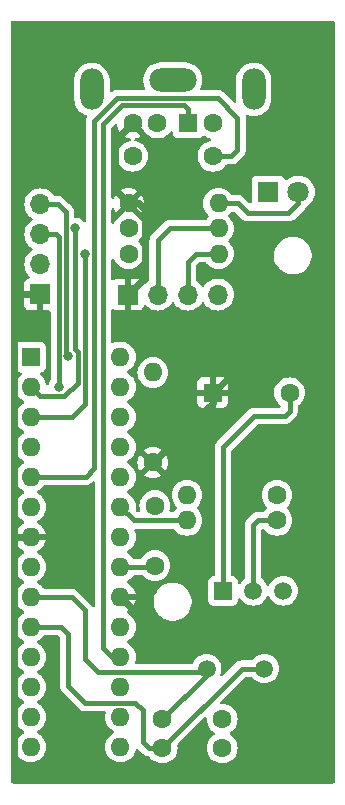
<source format=gbr>
%TF.GenerationSoftware,KiCad,Pcbnew,8.0.5*%
%TF.CreationDate,2024-11-15T12:40:48+00:00*%
%TF.ProjectId,TIMPS2KeyMini,54494d50-5332-44b6-9579-4d696e692e6b,rev?*%
%TF.SameCoordinates,Original*%
%TF.FileFunction,Copper,L1,Top*%
%TF.FilePolarity,Positive*%
%FSLAX46Y46*%
G04 Gerber Fmt 4.6, Leading zero omitted, Abs format (unit mm)*
G04 Created by KiCad (PCBNEW 8.0.5) date 2024-11-15 12:40:48*
%MOMM*%
%LPD*%
G01*
G04 APERTURE LIST*
%TA.AperFunction,ComponentPad*%
%ADD10R,1.600000X1.600000*%
%TD*%
%TA.AperFunction,ComponentPad*%
%ADD11C,1.600000*%
%TD*%
%TA.AperFunction,ComponentPad*%
%ADD12R,1.700000X1.700000*%
%TD*%
%TA.AperFunction,ComponentPad*%
%ADD13O,1.700000X1.700000*%
%TD*%
%TA.AperFunction,ComponentPad*%
%ADD14R,1.500000X1.500000*%
%TD*%
%TA.AperFunction,ComponentPad*%
%ADD15C,1.500000*%
%TD*%
%TA.AperFunction,ComponentPad*%
%ADD16R,1.800000X1.800000*%
%TD*%
%TA.AperFunction,ComponentPad*%
%ADD17C,1.800000*%
%TD*%
%TA.AperFunction,ComponentPad*%
%ADD18O,1.600000X1.600000*%
%TD*%
%TA.AperFunction,ComponentPad*%
%ADD19O,2.000000X3.500000*%
%TD*%
%TA.AperFunction,ComponentPad*%
%ADD20O,4.000000X2.000000*%
%TD*%
%TA.AperFunction,ViaPad*%
%ADD21C,0.800000*%
%TD*%
%TA.AperFunction,Conductor*%
%ADD22C,0.600000*%
%TD*%
%TA.AperFunction,Conductor*%
%ADD23C,0.400000*%
%TD*%
G04 APERTURE END LIST*
D10*
%TO.P,BZ1,1,+*%
%TO.N,+5V*%
X129040000Y-70680000D03*
D11*
%TO.P,BZ1,2,-*%
%TO.N,Net-(BZ1--)*%
X135540000Y-70680000D03*
%TD*%
%TO.P,C2,1*%
%TO.N,Net-(U4-AREF)*%
X124140000Y-85310000D03*
%TO.P,C2,2*%
%TO.N,GND*%
X124140000Y-80230000D03*
%TD*%
D12*
%TO.P,J5,1,Pin_1*%
%TO.N,+5V*%
X121845000Y-62365000D03*
D13*
%TO.P,J5,2,Pin_2*%
%TO.N,N_RX*%
X124385000Y-62365000D03*
%TO.P,J5,3,Pin_3*%
%TO.N,N_TX*%
X126925000Y-62365000D03*
%TO.P,J5,4,Pin_4*%
%TO.N,GND*%
X129465000Y-62365000D03*
%TD*%
D14*
%TO.P,Q1,1,C*%
%TO.N,Net-(BZ1--)*%
X129920000Y-87450000D03*
D15*
%TO.P,Q1,2,B*%
%TO.N,Net-(Q1-B)*%
X132460000Y-87450000D03*
%TO.P,Q1,3,E*%
%TO.N,Net-(Q1-E)*%
X135000000Y-87450000D03*
%TD*%
%TO.P,Y1,1,1*%
%TO.N,Net-(U4-PB6)*%
X128520000Y-94030000D03*
%TO.P,Y1,2,2*%
%TO.N,Net-(U4-PB7)*%
X133400000Y-94030000D03*
%TD*%
D16*
%TO.P,D1,1,K*%
%TO.N,GND*%
X133745000Y-53690000D03*
D17*
%TO.P,D1,2,A*%
%TO.N,Net-(D1-A)*%
X136285000Y-53690000D03*
%TD*%
D11*
%TO.P,R1,1*%
%TO.N,+5V*%
X121910000Y-54640000D03*
D18*
%TO.P,R1,2*%
%TO.N,Net-(D1-A)*%
X129530000Y-54640000D03*
%TD*%
D11*
%TO.P,C9,1*%
%TO.N,Net-(U4-PB6)*%
X124770000Y-98310000D03*
%TO.P,C9,2*%
%TO.N,GND*%
X129850000Y-98310000D03*
%TD*%
%TO.P,R2,1*%
%TO.N,GND*%
X134480000Y-79340000D03*
D18*
%TO.P,R2,2*%
%TO.N,Net-(Q1-E)*%
X126860000Y-79340000D03*
%TD*%
D10*
%TO.P,U4,1,PC6*%
%TO.N,ADRESET*%
X113620000Y-67650000D03*
D18*
%TO.P,U4,2,PD0*%
%TO.N,/AD0*%
X113620000Y-70190000D03*
%TO.P,U4,3,PD1*%
%TO.N,/AD1*%
X113620000Y-72730000D03*
%TO.P,U4,4,PD2*%
%TO.N,/AD2*%
X113620000Y-75270000D03*
%TO.P,U4,5,PD3*%
%TO.N,PS2-CLK*%
X113620000Y-77810000D03*
%TO.P,U4,6,PD4*%
%TO.N,/AD4*%
X113620000Y-80350000D03*
%TO.P,U4,7,VCC*%
%TO.N,+5V*%
X113620000Y-82890000D03*
%TO.P,U4,8,GND*%
%TO.N,GND*%
X113620000Y-85430000D03*
%TO.P,U4,9,PB6*%
%TO.N,Net-(U4-PB6)*%
X113620000Y-87970000D03*
%TO.P,U4,10,PB7*%
%TO.N,Net-(U4-PB7)*%
X113620000Y-90510000D03*
%TO.P,U4,11,PD5*%
%TO.N,/AD5*%
X113620000Y-93050000D03*
%TO.P,U4,12,PD6*%
%TO.N,/AD6*%
X113620000Y-95590000D03*
%TO.P,U4,13,PD7*%
%TO.N,/AD7*%
X113620000Y-98130000D03*
%TO.P,U4,14,PB0*%
%TO.N,/AD8*%
X113620000Y-100670000D03*
%TO.P,U4,15,PB1*%
%TO.N,/AD9*%
X121230000Y-100670000D03*
%TO.P,U4,16,PB2*%
%TO.N,/AD10*%
X121230000Y-98130000D03*
%TO.P,U4,17,PB3*%
%TO.N,/AD11*%
X121230000Y-95590000D03*
%TO.P,U4,18,PB4*%
%TO.N,PS2-DATA*%
X121230000Y-93050000D03*
%TO.P,U4,19,PB5*%
%TO.N,/AD13*%
X121230000Y-90510000D03*
%TO.P,U4,20,AVCC*%
%TO.N,+5V*%
X121230000Y-87970000D03*
%TO.P,U4,21,AREF*%
%TO.N,Net-(U4-AREF)*%
X121230000Y-85430000D03*
%TO.P,U4,22,GND*%
%TO.N,GND*%
X121230000Y-82890000D03*
%TO.P,U4,23,PC0*%
%TO.N,SOUND*%
X121230000Y-80350000D03*
%TO.P,U4,24,PC1*%
%TO.N,/AA1*%
X121230000Y-77810000D03*
%TO.P,U4,25,PC2*%
%TO.N,/AA2*%
X121230000Y-75270000D03*
%TO.P,U4,26,PC3*%
%TO.N,/AA3*%
X121230000Y-72730000D03*
%TO.P,U4,27,PC4*%
%TO.N,N_SDA*%
X121230000Y-70190000D03*
%TO.P,U4,28,PC5*%
%TO.N,N_SCL*%
X121230000Y-67650000D03*
%TD*%
D11*
%TO.P,R8,1*%
%TO.N,/AD1*%
X121910000Y-58900000D03*
D18*
%TO.P,R8,2*%
%TO.N,N_TX*%
X129530000Y-58900000D03*
%TD*%
D12*
%TO.P,J4,1,Pin_1*%
%TO.N,+5V*%
X114440000Y-62350000D03*
D13*
%TO.P,J4,2,Pin_2*%
%TO.N,GND*%
X114440000Y-59810000D03*
%TO.P,J4,3,Pin_3*%
%TO.N,N_SDA*%
X114440000Y-57270000D03*
%TO.P,J4,4,Pin_4*%
%TO.N,N_SCL*%
X114440000Y-54730000D03*
%TD*%
D11*
%TO.P,C10,1*%
%TO.N,Net-(U4-PB7)*%
X124770000Y-100750000D03*
%TO.P,C10,2*%
%TO.N,GND*%
X129850000Y-100750000D03*
%TD*%
%TO.P,R7,1*%
%TO.N,/AD0*%
X121910000Y-56770000D03*
D18*
%TO.P,R7,2*%
%TO.N,N_RX*%
X129530000Y-56770000D03*
%TD*%
D11*
%TO.P,R6,1*%
%TO.N,+5V*%
X123970000Y-76580000D03*
D18*
%TO.P,R6,2*%
%TO.N,ADRESET*%
X123970000Y-68960000D03*
%TD*%
D11*
%TO.P,R3,1*%
%TO.N,Net-(Q1-B)*%
X134480000Y-81480000D03*
D18*
%TO.P,R3,2*%
%TO.N,SOUND*%
X126860000Y-81480000D03*
%TD*%
D10*
%TO.P,J2,1*%
%TO.N,PS2-DATA*%
X126960000Y-47850000D03*
D11*
%TO.P,J2,2*%
%TO.N,unconnected-(J2-Pad2)*%
X124360000Y-47850000D03*
%TO.P,J2,3*%
%TO.N,GND*%
X129060000Y-47850000D03*
%TO.P,J2,4*%
%TO.N,+5V*%
X122260000Y-47850000D03*
%TO.P,J2,5*%
%TO.N,PS2-CLK*%
X129060000Y-50650000D03*
%TO.P,J2,6*%
%TO.N,unconnected-(J2-Pad6)*%
X122260000Y-50650000D03*
D19*
%TO.P,J2,7*%
%TO.N,GND*%
X118810000Y-45000000D03*
D20*
X125660000Y-44200000D03*
D19*
X132510000Y-45000000D03*
%TD*%
D21*
%TO.N,N_SCL*%
X116810000Y-67550000D03*
%TO.N,/AD0*%
X117410000Y-56770000D03*
%TO.N,/AD1*%
X118210000Y-58940000D03*
%TO.N,N_SDA*%
X116010000Y-70190000D03*
%TD*%
D22*
%TO.N,+5V*%
X120800000Y-49310000D02*
X122260000Y-47850000D01*
X120800000Y-53530000D02*
X120800000Y-49310000D01*
X121910000Y-54640000D02*
X120800000Y-53530000D01*
D23*
%TO.N,PS2-DATA*%
X121350000Y-46350000D02*
X126625000Y-46350000D01*
X119760000Y-47940000D02*
X121350000Y-46350000D01*
X119760000Y-92330000D02*
X119760000Y-47940000D01*
X120480000Y-93050000D02*
X119760000Y-92330000D01*
X126625000Y-46350000D02*
X126960000Y-46685000D01*
X121230000Y-93050000D02*
X120480000Y-93050000D01*
X126960000Y-46685000D02*
X126960000Y-47850000D01*
%TO.N,PS2-CLK*%
X130575000Y-50650000D02*
X129060000Y-50650000D01*
X120925000Y-45750000D02*
X129475000Y-45750000D01*
X129475000Y-45750000D02*
X131125000Y-47400000D01*
X119010000Y-47665000D02*
X120925000Y-45750000D01*
X131125000Y-47400000D02*
X131125000Y-50100000D01*
X131125000Y-50100000D02*
X130575000Y-50650000D01*
X119010000Y-77070000D02*
X119010000Y-47665000D01*
X118270000Y-77810000D02*
X119010000Y-77070000D01*
X113620000Y-77810000D02*
X118270000Y-77810000D01*
D22*
%TO.N,+5V*%
X139040000Y-90265000D02*
X139075000Y-90300000D01*
X112225000Y-103460000D02*
X139075000Y-103460000D01*
X129040000Y-70680000D02*
X130720000Y-69000000D01*
X112225000Y-83030000D02*
X112225000Y-103460000D01*
X112225000Y-62350000D02*
X112225000Y-83030000D01*
X139075000Y-69000000D02*
X139075000Y-44495000D01*
X121845000Y-62365000D02*
X123340000Y-60870000D01*
X114455000Y-62365000D02*
X114440000Y-62350000D01*
X139075000Y-90300000D02*
X139075000Y-69000000D01*
X121910000Y-54640000D02*
X122780000Y-54640000D01*
X123970000Y-76580000D02*
X129040000Y-71510000D01*
X139075000Y-39510000D02*
X139075000Y-43670000D01*
X130720000Y-69000000D02*
X139075000Y-69000000D01*
X123525000Y-90265000D02*
X139040000Y-90265000D01*
X113620000Y-82890000D02*
X112365000Y-82890000D01*
X123340000Y-60870000D02*
X123340000Y-55200000D01*
X122780000Y-54640000D02*
X123340000Y-55200000D01*
X139075000Y-43670000D02*
X139075000Y-46010000D01*
X121230000Y-87970000D02*
X123525000Y-90265000D01*
X139075000Y-103460000D02*
X139075000Y-90300000D01*
X112225000Y-62350000D02*
X112225000Y-39510000D01*
X129040000Y-71510000D02*
X129040000Y-70680000D01*
X114440000Y-62350000D02*
X112225000Y-62350000D01*
X139065000Y-43660000D02*
X139075000Y-43670000D01*
X112225000Y-39510000D02*
X139075000Y-39510000D01*
X112365000Y-82890000D02*
X112225000Y-83030000D01*
D23*
%TO.N,Net-(D1-A)*%
X131190000Y-54640000D02*
X132020000Y-55470000D01*
X136285000Y-53690000D02*
X136285000Y-54635000D01*
X132020000Y-55470000D02*
X135450000Y-55470000D01*
X136285000Y-54635000D02*
X135450000Y-55470000D01*
X129530000Y-54640000D02*
X131190000Y-54640000D01*
%TO.N,Net-(U4-AREF)*%
X124020000Y-85430000D02*
X124140000Y-85310000D01*
X121230000Y-85430000D02*
X124020000Y-85430000D01*
%TO.N,Net-(BZ1--)*%
X135540000Y-72220000D02*
X135540000Y-70680000D01*
X135150000Y-72610000D02*
X135540000Y-72220000D01*
X129920000Y-75260000D02*
X132540000Y-72640000D01*
X132540000Y-72640000D02*
X135150000Y-72640000D01*
X129920000Y-87450000D02*
X129920000Y-75260000D01*
X135150000Y-72640000D02*
X135150000Y-72610000D01*
%TO.N,N_SCL*%
X115950000Y-54730000D02*
X116430000Y-55210000D01*
X116610000Y-55390000D02*
X116610000Y-58430000D01*
X116610000Y-67350000D02*
X116810000Y-67550000D01*
X114440000Y-54730000D02*
X115950000Y-54730000D01*
X116610000Y-58430000D02*
X116610000Y-67350000D01*
X116430000Y-55210000D02*
X116610000Y-55390000D01*
%TO.N,Net-(U4-PB6)*%
X124770000Y-98310000D02*
X128520000Y-94560000D01*
X117100000Y-87970000D02*
X113620000Y-87970000D01*
X119320000Y-94330000D02*
X118210000Y-93220000D01*
X118210000Y-89080000D02*
X117100000Y-87970000D01*
X128220000Y-94330000D02*
X119320000Y-94330000D01*
X128520000Y-94560000D02*
X128520000Y-94030000D01*
X128520000Y-94030000D02*
X128220000Y-94330000D01*
X118210000Y-93220000D02*
X118210000Y-89080000D01*
%TO.N,Net-(U4-PB7)*%
X116810000Y-91120000D02*
X116200000Y-90510000D01*
X116810000Y-95510000D02*
X116810000Y-91120000D01*
X124770000Y-100750000D02*
X131490000Y-94030000D01*
X116200000Y-90510000D02*
X113620000Y-90510000D01*
X122480000Y-96930000D02*
X118230000Y-96930000D01*
X131490000Y-94030000D02*
X133400000Y-94030000D01*
X118230000Y-96930000D02*
X116810000Y-95510000D01*
X124770000Y-100750000D02*
X123610000Y-100750000D01*
X123610000Y-100750000D02*
X123130000Y-100270000D01*
X123130000Y-97580000D02*
X122480000Y-96930000D01*
X123130000Y-100270000D02*
X123130000Y-97580000D01*
%TO.N,/AD0*%
X117610000Y-69850000D02*
X116470000Y-70990000D01*
X116470000Y-70990000D02*
X114420000Y-70990000D01*
X117610000Y-67218629D02*
X117610000Y-69850000D01*
X114420000Y-70990000D02*
X113620000Y-70190000D01*
X117410000Y-67018629D02*
X117610000Y-67218629D01*
X117410000Y-56770000D02*
X117410000Y-67018629D01*
%TO.N,/AD1*%
X118210000Y-58940000D02*
X118210000Y-71620000D01*
X117100000Y-72730000D02*
X113620000Y-72730000D01*
X118210000Y-71620000D02*
X117100000Y-72730000D01*
%TO.N,N_SDA*%
X116010000Y-57590000D02*
X116010000Y-70190000D01*
X116010000Y-57470000D02*
X116010000Y-57590000D01*
X114440000Y-57270000D02*
X115810000Y-57270000D01*
X115810000Y-57270000D02*
X116010000Y-57470000D01*
%TO.N,Net-(Q1-B)*%
X132460000Y-81850000D02*
X132830000Y-81480000D01*
X132460000Y-87450000D02*
X132460000Y-81850000D01*
X132830000Y-81480000D02*
X134480000Y-81480000D01*
%TO.N,SOUND*%
X122360000Y-81480000D02*
X126860000Y-81480000D01*
X121230000Y-80350000D02*
X122360000Y-81480000D01*
%TO.N,N_TX*%
X126925000Y-59625000D02*
X127650000Y-58900000D01*
X126925000Y-62365000D02*
X126925000Y-59625000D01*
X127650000Y-58900000D02*
X129530000Y-58900000D01*
%TO.N,N_RX*%
X125410000Y-56770000D02*
X129530000Y-56770000D01*
X124385000Y-57775000D02*
X125400000Y-56760000D01*
X124385000Y-62365000D02*
X124385000Y-57775000D01*
X125400000Y-56760000D02*
X125410000Y-56770000D01*
%TD*%
%TA.AperFunction,Conductor*%
%TO.N,+5V*%
G36*
X118978833Y-78194337D02*
G01*
X119034767Y-78236208D01*
X119059184Y-78301672D01*
X119059500Y-78310519D01*
X119059500Y-88681726D01*
X119039815Y-88748765D01*
X118987011Y-88794520D01*
X118917853Y-88804464D01*
X118854297Y-88775439D01*
X118832398Y-88750617D01*
X118754114Y-88633456D01*
X117546545Y-87425887D01*
X117431807Y-87349222D01*
X117304332Y-87296421D01*
X117304322Y-87296418D01*
X117168996Y-87269500D01*
X117168994Y-87269500D01*
X117168993Y-87269500D01*
X114781673Y-87269500D01*
X114714634Y-87249815D01*
X114680098Y-87216623D01*
X114620045Y-87130858D01*
X114459141Y-86969954D01*
X114272734Y-86839432D01*
X114272728Y-86839429D01*
X114245038Y-86826517D01*
X114214724Y-86812381D01*
X114162285Y-86766210D01*
X114143133Y-86699017D01*
X114163348Y-86632135D01*
X114214725Y-86587618D01*
X114272734Y-86560568D01*
X114459139Y-86430047D01*
X114620047Y-86269139D01*
X114750568Y-86082734D01*
X114846739Y-85876496D01*
X114905635Y-85656692D01*
X114925468Y-85430000D01*
X114905635Y-85203308D01*
X114846739Y-84983504D01*
X114750568Y-84777266D01*
X114620047Y-84590861D01*
X114620045Y-84590858D01*
X114459141Y-84429954D01*
X114272734Y-84299432D01*
X114272732Y-84299431D01*
X114214725Y-84272382D01*
X114214132Y-84272105D01*
X114161694Y-84225934D01*
X114142542Y-84158740D01*
X114162758Y-84091859D01*
X114214134Y-84047341D01*
X114272484Y-84020132D01*
X114458820Y-83889657D01*
X114619657Y-83728820D01*
X114750134Y-83542482D01*
X114846265Y-83336326D01*
X114846269Y-83336317D01*
X114898872Y-83140000D01*
X113935686Y-83140000D01*
X113940080Y-83135606D01*
X113992741Y-83044394D01*
X114020000Y-82942661D01*
X114020000Y-82837339D01*
X113992741Y-82735606D01*
X113940080Y-82644394D01*
X113935686Y-82640000D01*
X114898872Y-82640000D01*
X114898872Y-82639999D01*
X114846269Y-82443682D01*
X114846265Y-82443673D01*
X114750134Y-82237517D01*
X114619657Y-82051179D01*
X114458820Y-81890342D01*
X114272482Y-81759865D01*
X114214133Y-81732657D01*
X114161694Y-81686484D01*
X114142542Y-81619291D01*
X114162758Y-81552410D01*
X114214129Y-81507895D01*
X114272734Y-81480568D01*
X114459139Y-81350047D01*
X114620047Y-81189139D01*
X114750568Y-81002734D01*
X114846739Y-80796496D01*
X114905635Y-80576692D01*
X114925468Y-80350000D01*
X114905635Y-80123308D01*
X114846739Y-79903504D01*
X114750568Y-79697266D01*
X114620047Y-79510861D01*
X114620045Y-79510858D01*
X114459141Y-79349954D01*
X114272734Y-79219432D01*
X114272728Y-79219429D01*
X114214725Y-79192382D01*
X114162285Y-79146210D01*
X114143133Y-79079017D01*
X114163348Y-79012135D01*
X114214725Y-78967618D01*
X114272734Y-78940568D01*
X114459139Y-78810047D01*
X114620047Y-78649139D01*
X114680098Y-78563377D01*
X114734675Y-78519752D01*
X114781673Y-78510500D01*
X118338996Y-78510500D01*
X118430040Y-78492389D01*
X118474328Y-78483580D01*
X118538069Y-78457177D01*
X118601807Y-78430777D01*
X118601808Y-78430776D01*
X118601811Y-78430775D01*
X118716543Y-78354114D01*
X118847820Y-78222836D01*
X118909141Y-78189353D01*
X118978833Y-78194337D01*
G37*
%TD.AperFunction*%
%TA.AperFunction,Conductor*%
G36*
X121510000Y-54692661D02*
G01*
X121537259Y-54794394D01*
X121589920Y-54885606D01*
X121664394Y-54960080D01*
X121755606Y-55012741D01*
X121857339Y-55040000D01*
X121863553Y-55040000D01*
X121285027Y-55618524D01*
X121259357Y-55638224D01*
X121257267Y-55639430D01*
X121070858Y-55769954D01*
X120909954Y-55930858D01*
X120779432Y-56117265D01*
X120779431Y-56117267D01*
X120696882Y-56294294D01*
X120650709Y-56346733D01*
X120583516Y-56365885D01*
X120516635Y-56345669D01*
X120471300Y-56292504D01*
X120460500Y-56241889D01*
X120460500Y-55166927D01*
X120480185Y-55099888D01*
X120532989Y-55054133D01*
X120602147Y-55044189D01*
X120665703Y-55073214D01*
X120696882Y-55114523D01*
X120779863Y-55292478D01*
X120830974Y-55365472D01*
X121510000Y-54686446D01*
X121510000Y-54692661D01*
G37*
%TD.AperFunction*%
%TA.AperFunction,Conductor*%
G36*
X139318039Y-39229685D02*
G01*
X139363794Y-39282489D01*
X139375000Y-39334000D01*
X139375000Y-103636000D01*
X139355315Y-103703039D01*
X139302511Y-103748794D01*
X139251000Y-103760000D01*
X112049000Y-103760000D01*
X111981961Y-103740315D01*
X111936206Y-103687511D01*
X111925000Y-103636000D01*
X111925000Y-70189998D01*
X112314532Y-70189998D01*
X112314532Y-70190001D01*
X112334364Y-70416686D01*
X112334366Y-70416697D01*
X112393258Y-70636488D01*
X112393261Y-70636497D01*
X112489431Y-70842732D01*
X112489432Y-70842734D01*
X112619954Y-71029141D01*
X112780858Y-71190045D01*
X112780861Y-71190047D01*
X112967266Y-71320568D01*
X113025275Y-71347618D01*
X113077714Y-71393791D01*
X113096866Y-71460984D01*
X113076650Y-71527865D01*
X113025275Y-71572382D01*
X112967267Y-71599431D01*
X112967265Y-71599432D01*
X112780858Y-71729954D01*
X112619954Y-71890858D01*
X112489432Y-72077265D01*
X112489431Y-72077267D01*
X112393261Y-72283502D01*
X112393258Y-72283511D01*
X112334366Y-72503302D01*
X112334364Y-72503313D01*
X112314532Y-72729998D01*
X112314532Y-72730001D01*
X112334364Y-72956686D01*
X112334366Y-72956697D01*
X112393258Y-73176488D01*
X112393261Y-73176497D01*
X112489431Y-73382732D01*
X112489432Y-73382734D01*
X112619954Y-73569141D01*
X112780858Y-73730045D01*
X112780861Y-73730047D01*
X112967266Y-73860568D01*
X113025275Y-73887618D01*
X113077714Y-73933791D01*
X113096866Y-74000984D01*
X113076650Y-74067865D01*
X113025275Y-74112382D01*
X112967267Y-74139431D01*
X112967265Y-74139432D01*
X112780858Y-74269954D01*
X112619954Y-74430858D01*
X112489432Y-74617265D01*
X112489431Y-74617267D01*
X112393261Y-74823502D01*
X112393258Y-74823511D01*
X112334366Y-75043302D01*
X112334364Y-75043313D01*
X112314532Y-75269998D01*
X112314532Y-75270001D01*
X112334364Y-75496686D01*
X112334366Y-75496697D01*
X112393258Y-75716488D01*
X112393261Y-75716497D01*
X112489431Y-75922732D01*
X112489432Y-75922734D01*
X112619954Y-76109141D01*
X112780858Y-76270045D01*
X112780861Y-76270047D01*
X112967266Y-76400568D01*
X113020960Y-76425606D01*
X113025275Y-76427618D01*
X113077714Y-76473791D01*
X113096866Y-76540984D01*
X113076650Y-76607865D01*
X113025275Y-76652382D01*
X112967267Y-76679431D01*
X112967265Y-76679432D01*
X112780858Y-76809954D01*
X112619954Y-76970858D01*
X112489432Y-77157265D01*
X112489431Y-77157267D01*
X112393261Y-77363502D01*
X112393258Y-77363511D01*
X112334366Y-77583302D01*
X112334364Y-77583313D01*
X112314532Y-77809998D01*
X112314532Y-77810001D01*
X112334364Y-78036686D01*
X112334366Y-78036697D01*
X112393258Y-78256488D01*
X112393261Y-78256497D01*
X112489431Y-78462732D01*
X112489432Y-78462734D01*
X112619954Y-78649141D01*
X112780858Y-78810045D01*
X112780861Y-78810047D01*
X112967266Y-78940568D01*
X113025275Y-78967618D01*
X113077714Y-79013791D01*
X113096866Y-79080984D01*
X113076650Y-79147865D01*
X113025275Y-79192382D01*
X112967267Y-79219431D01*
X112967265Y-79219432D01*
X112780858Y-79349954D01*
X112619954Y-79510858D01*
X112489432Y-79697265D01*
X112489431Y-79697267D01*
X112393261Y-79903502D01*
X112393258Y-79903511D01*
X112334366Y-80123302D01*
X112334364Y-80123313D01*
X112314532Y-80349998D01*
X112314532Y-80350001D01*
X112334364Y-80576686D01*
X112334366Y-80576697D01*
X112393258Y-80796488D01*
X112393261Y-80796497D01*
X112489431Y-81002732D01*
X112489432Y-81002734D01*
X112619954Y-81189141D01*
X112780858Y-81350045D01*
X112780861Y-81350047D01*
X112967266Y-81480568D01*
X113025865Y-81507893D01*
X113078305Y-81554065D01*
X113097457Y-81621258D01*
X113077242Y-81688139D01*
X113025867Y-81732657D01*
X112967515Y-81759867D01*
X112781179Y-81890342D01*
X112620342Y-82051179D01*
X112489865Y-82237517D01*
X112393734Y-82443673D01*
X112393730Y-82443682D01*
X112341127Y-82639999D01*
X112341128Y-82640000D01*
X113304314Y-82640000D01*
X113299920Y-82644394D01*
X113247259Y-82735606D01*
X113220000Y-82837339D01*
X113220000Y-82942661D01*
X113247259Y-83044394D01*
X113299920Y-83135606D01*
X113304314Y-83140000D01*
X112341128Y-83140000D01*
X112393730Y-83336317D01*
X112393734Y-83336326D01*
X112489865Y-83542482D01*
X112620342Y-83728820D01*
X112781179Y-83889657D01*
X112967518Y-84020134D01*
X112967520Y-84020135D01*
X113025865Y-84047342D01*
X113078305Y-84093514D01*
X113097457Y-84160707D01*
X113077242Y-84227589D01*
X113025867Y-84272105D01*
X112967268Y-84299431D01*
X112967264Y-84299433D01*
X112780858Y-84429954D01*
X112619954Y-84590858D01*
X112489432Y-84777265D01*
X112489431Y-84777267D01*
X112393261Y-84983502D01*
X112393258Y-84983511D01*
X112334366Y-85203302D01*
X112334364Y-85203313D01*
X112314532Y-85429998D01*
X112314532Y-85430001D01*
X112334364Y-85656686D01*
X112334366Y-85656697D01*
X112393258Y-85876488D01*
X112393261Y-85876497D01*
X112489431Y-86082732D01*
X112489432Y-86082734D01*
X112619954Y-86269141D01*
X112780858Y-86430045D01*
X112827693Y-86462839D01*
X112967266Y-86560568D01*
X113025275Y-86587618D01*
X113077714Y-86633791D01*
X113096866Y-86700984D01*
X113076650Y-86767865D01*
X113025275Y-86812382D01*
X112967267Y-86839431D01*
X112967265Y-86839432D01*
X112780858Y-86969954D01*
X112619954Y-87130858D01*
X112489432Y-87317265D01*
X112489431Y-87317267D01*
X112393261Y-87523502D01*
X112393258Y-87523511D01*
X112334366Y-87743302D01*
X112334364Y-87743313D01*
X112314532Y-87969998D01*
X112314532Y-87970001D01*
X112334364Y-88196686D01*
X112334366Y-88196697D01*
X112393258Y-88416488D01*
X112393261Y-88416497D01*
X112489431Y-88622732D01*
X112489432Y-88622734D01*
X112619954Y-88809141D01*
X112780858Y-88970045D01*
X112794194Y-88979383D01*
X112967266Y-89100568D01*
X113024681Y-89127341D01*
X113025275Y-89127618D01*
X113077714Y-89173791D01*
X113096866Y-89240984D01*
X113076650Y-89307865D01*
X113025275Y-89352382D01*
X112967267Y-89379431D01*
X112967265Y-89379432D01*
X112780858Y-89509954D01*
X112619954Y-89670858D01*
X112489432Y-89857265D01*
X112489431Y-89857267D01*
X112393261Y-90063502D01*
X112393258Y-90063511D01*
X112334366Y-90283302D01*
X112334364Y-90283313D01*
X112314532Y-90509998D01*
X112314532Y-90510001D01*
X112334364Y-90736686D01*
X112334366Y-90736697D01*
X112393258Y-90956488D01*
X112393261Y-90956497D01*
X112489431Y-91162732D01*
X112489432Y-91162734D01*
X112619954Y-91349141D01*
X112780858Y-91510045D01*
X112780861Y-91510047D01*
X112967266Y-91640568D01*
X113025275Y-91667618D01*
X113077714Y-91713791D01*
X113096866Y-91780984D01*
X113076650Y-91847865D01*
X113025275Y-91892382D01*
X112967267Y-91919431D01*
X112967265Y-91919432D01*
X112780858Y-92049954D01*
X112619954Y-92210858D01*
X112489432Y-92397265D01*
X112489431Y-92397267D01*
X112393261Y-92603502D01*
X112393258Y-92603511D01*
X112334366Y-92823302D01*
X112334364Y-92823313D01*
X112314532Y-93049998D01*
X112314532Y-93050001D01*
X112334364Y-93276686D01*
X112334366Y-93276697D01*
X112393258Y-93496488D01*
X112393261Y-93496497D01*
X112489431Y-93702732D01*
X112489432Y-93702734D01*
X112619954Y-93889141D01*
X112780858Y-94050045D01*
X112780861Y-94050047D01*
X112967266Y-94180568D01*
X113025275Y-94207618D01*
X113077714Y-94253791D01*
X113096866Y-94320984D01*
X113076650Y-94387865D01*
X113025275Y-94432382D01*
X112967267Y-94459431D01*
X112967265Y-94459432D01*
X112780858Y-94589954D01*
X112619954Y-94750858D01*
X112489432Y-94937265D01*
X112489431Y-94937267D01*
X112393261Y-95143502D01*
X112393258Y-95143511D01*
X112334366Y-95363302D01*
X112334364Y-95363313D01*
X112314532Y-95589998D01*
X112314532Y-95590001D01*
X112334364Y-95816686D01*
X112334366Y-95816697D01*
X112393258Y-96036488D01*
X112393261Y-96036497D01*
X112489431Y-96242732D01*
X112489432Y-96242734D01*
X112619954Y-96429141D01*
X112780858Y-96590045D01*
X112780861Y-96590047D01*
X112967266Y-96720568D01*
X113025275Y-96747618D01*
X113077714Y-96793791D01*
X113096866Y-96860984D01*
X113076650Y-96927865D01*
X113025275Y-96972382D01*
X112967267Y-96999431D01*
X112967265Y-96999432D01*
X112780858Y-97129954D01*
X112619954Y-97290858D01*
X112489432Y-97477265D01*
X112489431Y-97477267D01*
X112393261Y-97683502D01*
X112393258Y-97683511D01*
X112334366Y-97903302D01*
X112334364Y-97903313D01*
X112314532Y-98129998D01*
X112314532Y-98130001D01*
X112334364Y-98356686D01*
X112334366Y-98356697D01*
X112393258Y-98576488D01*
X112393261Y-98576497D01*
X112489431Y-98782732D01*
X112489432Y-98782734D01*
X112619954Y-98969141D01*
X112780858Y-99130045D01*
X112780861Y-99130047D01*
X112967266Y-99260568D01*
X113025275Y-99287618D01*
X113077714Y-99333791D01*
X113096866Y-99400984D01*
X113076650Y-99467865D01*
X113025275Y-99512382D01*
X112967267Y-99539431D01*
X112967265Y-99539432D01*
X112780858Y-99669954D01*
X112619954Y-99830858D01*
X112489432Y-100017265D01*
X112489431Y-100017267D01*
X112393261Y-100223502D01*
X112393258Y-100223511D01*
X112334366Y-100443302D01*
X112334364Y-100443313D01*
X112314532Y-100669998D01*
X112314532Y-100670001D01*
X112334364Y-100896686D01*
X112334366Y-100896697D01*
X112393258Y-101116488D01*
X112393261Y-101116497D01*
X112489431Y-101322732D01*
X112489432Y-101322734D01*
X112619954Y-101509141D01*
X112780858Y-101670045D01*
X112780861Y-101670047D01*
X112967266Y-101800568D01*
X113173504Y-101896739D01*
X113393308Y-101955635D01*
X113555230Y-101969801D01*
X113619998Y-101975468D01*
X113620000Y-101975468D01*
X113620002Y-101975468D01*
X113676673Y-101970509D01*
X113846692Y-101955635D01*
X114066496Y-101896739D01*
X114272734Y-101800568D01*
X114459139Y-101670047D01*
X114620047Y-101509139D01*
X114750568Y-101322734D01*
X114846739Y-101116496D01*
X114905635Y-100896692D01*
X114925468Y-100670000D01*
X114905635Y-100443308D01*
X114846739Y-100223504D01*
X114750568Y-100017266D01*
X114620047Y-99830861D01*
X114620045Y-99830858D01*
X114459141Y-99669954D01*
X114272734Y-99539432D01*
X114272728Y-99539429D01*
X114214725Y-99512382D01*
X114162285Y-99466210D01*
X114143133Y-99399017D01*
X114163348Y-99332135D01*
X114214725Y-99287618D01*
X114272734Y-99260568D01*
X114459139Y-99130047D01*
X114620047Y-98969139D01*
X114750568Y-98782734D01*
X114846739Y-98576496D01*
X114905635Y-98356692D01*
X114925468Y-98130000D01*
X114905635Y-97903308D01*
X114846739Y-97683504D01*
X114750568Y-97477266D01*
X114620047Y-97290861D01*
X114620045Y-97290858D01*
X114459141Y-97129954D01*
X114272734Y-96999432D01*
X114272728Y-96999429D01*
X114214725Y-96972382D01*
X114162285Y-96926210D01*
X114143133Y-96859017D01*
X114163348Y-96792135D01*
X114214725Y-96747618D01*
X114272734Y-96720568D01*
X114459139Y-96590047D01*
X114620047Y-96429139D01*
X114750568Y-96242734D01*
X114846739Y-96036496D01*
X114905635Y-95816692D01*
X114925468Y-95590000D01*
X114905635Y-95363308D01*
X114846739Y-95143504D01*
X114750568Y-94937266D01*
X114620047Y-94750861D01*
X114620045Y-94750858D01*
X114459141Y-94589954D01*
X114272734Y-94459432D01*
X114272728Y-94459429D01*
X114214725Y-94432382D01*
X114162285Y-94386210D01*
X114143133Y-94319017D01*
X114163348Y-94252135D01*
X114214725Y-94207618D01*
X114272734Y-94180568D01*
X114459139Y-94050047D01*
X114620047Y-93889139D01*
X114750568Y-93702734D01*
X114846739Y-93496496D01*
X114905635Y-93276692D01*
X114925468Y-93050000D01*
X114905635Y-92823308D01*
X114846739Y-92603504D01*
X114750568Y-92397266D01*
X114620047Y-92210861D01*
X114620045Y-92210858D01*
X114459141Y-92049954D01*
X114272734Y-91919432D01*
X114272728Y-91919429D01*
X114214725Y-91892382D01*
X114162285Y-91846210D01*
X114143133Y-91779017D01*
X114163348Y-91712135D01*
X114214725Y-91667618D01*
X114272734Y-91640568D01*
X114459139Y-91510047D01*
X114620047Y-91349139D01*
X114680098Y-91263377D01*
X114734675Y-91219752D01*
X114781673Y-91210500D01*
X115858481Y-91210500D01*
X115925520Y-91230185D01*
X115946162Y-91246819D01*
X116073181Y-91373838D01*
X116106666Y-91435161D01*
X116109500Y-91461519D01*
X116109500Y-95441006D01*
X116109500Y-95578994D01*
X116109500Y-95578996D01*
X116109499Y-95578996D01*
X116136418Y-95714322D01*
X116136421Y-95714332D01*
X116189222Y-95841807D01*
X116265887Y-95956545D01*
X117783454Y-97474112D01*
X117898190Y-97550776D01*
X117996790Y-97591617D01*
X118025671Y-97603580D01*
X118025672Y-97603580D01*
X118025677Y-97603582D01*
X118052545Y-97608925D01*
X118052551Y-97608926D01*
X118052591Y-97608934D01*
X118142937Y-97626905D01*
X118161006Y-97630500D01*
X118161007Y-97630500D01*
X119855863Y-97630500D01*
X119922902Y-97650185D01*
X119968657Y-97702989D01*
X119978601Y-97772147D01*
X119975638Y-97786593D01*
X119944366Y-97903302D01*
X119944364Y-97903313D01*
X119924532Y-98129998D01*
X119924532Y-98130001D01*
X119944364Y-98356686D01*
X119944366Y-98356697D01*
X120003258Y-98576488D01*
X120003261Y-98576497D01*
X120099431Y-98782732D01*
X120099432Y-98782734D01*
X120229954Y-98969141D01*
X120390858Y-99130045D01*
X120390861Y-99130047D01*
X120577266Y-99260568D01*
X120635275Y-99287618D01*
X120687714Y-99333791D01*
X120706866Y-99400984D01*
X120686650Y-99467865D01*
X120635275Y-99512382D01*
X120577267Y-99539431D01*
X120577265Y-99539432D01*
X120390858Y-99669954D01*
X120229954Y-99830858D01*
X120099432Y-100017265D01*
X120099431Y-100017267D01*
X120003261Y-100223502D01*
X120003258Y-100223511D01*
X119944366Y-100443302D01*
X119944364Y-100443313D01*
X119924532Y-100669998D01*
X119924532Y-100670001D01*
X119944364Y-100896686D01*
X119944366Y-100896697D01*
X120003258Y-101116488D01*
X120003261Y-101116497D01*
X120099431Y-101322732D01*
X120099432Y-101322734D01*
X120229954Y-101509141D01*
X120390858Y-101670045D01*
X120390861Y-101670047D01*
X120577266Y-101800568D01*
X120783504Y-101896739D01*
X121003308Y-101955635D01*
X121165230Y-101969801D01*
X121229998Y-101975468D01*
X121230000Y-101975468D01*
X121230002Y-101975468D01*
X121286673Y-101970509D01*
X121456692Y-101955635D01*
X121676496Y-101896739D01*
X121882734Y-101800568D01*
X122069139Y-101670047D01*
X122230047Y-101509139D01*
X122360568Y-101322734D01*
X122456739Y-101116496D01*
X122512963Y-100906661D01*
X122549326Y-100847004D01*
X122612173Y-100816474D01*
X122681549Y-100824768D01*
X122720418Y-100851076D01*
X123163454Y-101294112D01*
X123278192Y-101370777D01*
X123405667Y-101423578D01*
X123405672Y-101423580D01*
X123405676Y-101423580D01*
X123405677Y-101423581D01*
X123541004Y-101450500D01*
X123541007Y-101450500D01*
X123608327Y-101450500D01*
X123675366Y-101470185D01*
X123709902Y-101503377D01*
X123769954Y-101589141D01*
X123930858Y-101750045D01*
X123930861Y-101750047D01*
X124117266Y-101880568D01*
X124323504Y-101976739D01*
X124543308Y-102035635D01*
X124705230Y-102049801D01*
X124769998Y-102055468D01*
X124770000Y-102055468D01*
X124770002Y-102055468D01*
X124826673Y-102050509D01*
X124996692Y-102035635D01*
X125216496Y-101976739D01*
X125422734Y-101880568D01*
X125609139Y-101750047D01*
X125770047Y-101589139D01*
X125900568Y-101402734D01*
X125996739Y-101196496D01*
X126055635Y-100976692D01*
X126075468Y-100750000D01*
X126055635Y-100523308D01*
X126055633Y-100523303D01*
X126055180Y-100518117D01*
X126068946Y-100449617D01*
X126091024Y-100419631D01*
X128336601Y-98174054D01*
X128397922Y-98140571D01*
X128467614Y-98145555D01*
X128523547Y-98187427D01*
X128547964Y-98252891D01*
X128547808Y-98272542D01*
X128544532Y-98309994D01*
X128544532Y-98310001D01*
X128564364Y-98536686D01*
X128564366Y-98536697D01*
X128623258Y-98756488D01*
X128623261Y-98756497D01*
X128719431Y-98962732D01*
X128719432Y-98962734D01*
X128849954Y-99149141D01*
X129010858Y-99310045D01*
X129010861Y-99310047D01*
X129137924Y-99399017D01*
X129179924Y-99428425D01*
X129223549Y-99483001D01*
X129230743Y-99552500D01*
X129199221Y-99614855D01*
X129179924Y-99631575D01*
X129010858Y-99749954D01*
X128849954Y-99910858D01*
X128719432Y-100097265D01*
X128719431Y-100097267D01*
X128623261Y-100303502D01*
X128623258Y-100303511D01*
X128564366Y-100523302D01*
X128564364Y-100523313D01*
X128544532Y-100749998D01*
X128544532Y-100750001D01*
X128564364Y-100976686D01*
X128564366Y-100976697D01*
X128623258Y-101196488D01*
X128623261Y-101196497D01*
X128719431Y-101402732D01*
X128719432Y-101402734D01*
X128849954Y-101589141D01*
X129010858Y-101750045D01*
X129010861Y-101750047D01*
X129197266Y-101880568D01*
X129403504Y-101976739D01*
X129623308Y-102035635D01*
X129785230Y-102049801D01*
X129849998Y-102055468D01*
X129850000Y-102055468D01*
X129850002Y-102055468D01*
X129906673Y-102050509D01*
X130076692Y-102035635D01*
X130296496Y-101976739D01*
X130502734Y-101880568D01*
X130689139Y-101750047D01*
X130850047Y-101589139D01*
X130980568Y-101402734D01*
X131076739Y-101196496D01*
X131135635Y-100976692D01*
X131155468Y-100750000D01*
X131135635Y-100523308D01*
X131076739Y-100303504D01*
X130980568Y-100097266D01*
X130850047Y-99910861D01*
X130850045Y-99910858D01*
X130689141Y-99749954D01*
X130633279Y-99710840D01*
X130520073Y-99631573D01*
X130476450Y-99576999D01*
X130469256Y-99507501D01*
X130500778Y-99445146D01*
X130520070Y-99428429D01*
X130689139Y-99310047D01*
X130850047Y-99149139D01*
X130980568Y-98962734D01*
X131076739Y-98756496D01*
X131135635Y-98536692D01*
X131155468Y-98310000D01*
X131155467Y-98309994D01*
X131135635Y-98083313D01*
X131135635Y-98083308D01*
X131076739Y-97863504D01*
X130980568Y-97657266D01*
X130893843Y-97533409D01*
X130850045Y-97470858D01*
X130689141Y-97309954D01*
X130502734Y-97179432D01*
X130502732Y-97179431D01*
X130296497Y-97083261D01*
X130296488Y-97083258D01*
X130076697Y-97024366D01*
X130076693Y-97024365D01*
X130076692Y-97024365D01*
X130076691Y-97024364D01*
X130076686Y-97024364D01*
X129850002Y-97004532D01*
X129849995Y-97004532D01*
X129812542Y-97007808D01*
X129744042Y-96994040D01*
X129693860Y-96945424D01*
X129677928Y-96877395D01*
X129701305Y-96811552D01*
X129714049Y-96796606D01*
X131743838Y-94766819D01*
X131805161Y-94733334D01*
X131831519Y-94730500D01*
X132299366Y-94730500D01*
X132366405Y-94750185D01*
X132400940Y-94783376D01*
X132438402Y-94836877D01*
X132593123Y-94991598D01*
X132772361Y-95117102D01*
X132970670Y-95209575D01*
X133182023Y-95266207D01*
X133364926Y-95282208D01*
X133399998Y-95285277D01*
X133400000Y-95285277D01*
X133400002Y-95285277D01*
X133428254Y-95282805D01*
X133617977Y-95266207D01*
X133829330Y-95209575D01*
X134027639Y-95117102D01*
X134206877Y-94991598D01*
X134361598Y-94836877D01*
X134487102Y-94657639D01*
X134579575Y-94459330D01*
X134636207Y-94247977D01*
X134655277Y-94030000D01*
X134636207Y-93812023D01*
X134582167Y-93610344D01*
X134579577Y-93600677D01*
X134579576Y-93600676D01*
X134579575Y-93600670D01*
X134487102Y-93402362D01*
X134487100Y-93402359D01*
X134487099Y-93402357D01*
X134361599Y-93223124D01*
X134361596Y-93223121D01*
X134206877Y-93068402D01*
X134027639Y-92942898D01*
X134027640Y-92942898D01*
X134027638Y-92942897D01*
X133889496Y-92878481D01*
X133829330Y-92850425D01*
X133829326Y-92850424D01*
X133829322Y-92850422D01*
X133617977Y-92793793D01*
X133400002Y-92774723D01*
X133399998Y-92774723D01*
X133254682Y-92787436D01*
X133182023Y-92793793D01*
X133182020Y-92793793D01*
X132970677Y-92850422D01*
X132970668Y-92850426D01*
X132772361Y-92942898D01*
X132772357Y-92942900D01*
X132593124Y-93068400D01*
X132438398Y-93223127D01*
X132400941Y-93276623D01*
X132346365Y-93320248D01*
X132299366Y-93329500D01*
X131421003Y-93329500D01*
X131312590Y-93351065D01*
X131312589Y-93351065D01*
X131285671Y-93356420D01*
X131158190Y-93409224D01*
X131043454Y-93485887D01*
X129873173Y-94656168D01*
X129811850Y-94689653D01*
X129742158Y-94684669D01*
X129686225Y-94642797D01*
X129661808Y-94577333D01*
X129673108Y-94516086D01*
X129699575Y-94459330D01*
X129756207Y-94247977D01*
X129775277Y-94030000D01*
X129756207Y-93812023D01*
X129702167Y-93610344D01*
X129699577Y-93600677D01*
X129699576Y-93600676D01*
X129699575Y-93600670D01*
X129607102Y-93402362D01*
X129607100Y-93402359D01*
X129607099Y-93402357D01*
X129481599Y-93223124D01*
X129481596Y-93223121D01*
X129326877Y-93068402D01*
X129147639Y-92942898D01*
X129147640Y-92942898D01*
X129147638Y-92942897D01*
X129009496Y-92878481D01*
X128949330Y-92850425D01*
X128949326Y-92850424D01*
X128949322Y-92850422D01*
X128737977Y-92793793D01*
X128520002Y-92774723D01*
X128519998Y-92774723D01*
X128374682Y-92787436D01*
X128302023Y-92793793D01*
X128302020Y-92793793D01*
X128090677Y-92850422D01*
X128090668Y-92850426D01*
X127892361Y-92942898D01*
X127892357Y-92942900D01*
X127713121Y-93068402D01*
X127558402Y-93223121D01*
X127432900Y-93402357D01*
X127432898Y-93402361D01*
X127425690Y-93417819D01*
X127363209Y-93551811D01*
X127360367Y-93557905D01*
X127314195Y-93610344D01*
X127247985Y-93629500D01*
X122582701Y-93629500D01*
X122515662Y-93609815D01*
X122469907Y-93557011D01*
X122459963Y-93487853D01*
X122462926Y-93473407D01*
X122494272Y-93356420D01*
X122515635Y-93276692D01*
X122535468Y-93050000D01*
X122515635Y-92823308D01*
X122456739Y-92603504D01*
X122360568Y-92397266D01*
X122230047Y-92210861D01*
X122230045Y-92210858D01*
X122069141Y-92049954D01*
X121882734Y-91919432D01*
X121882728Y-91919429D01*
X121824725Y-91892382D01*
X121772285Y-91846210D01*
X121753133Y-91779017D01*
X121773348Y-91712135D01*
X121824725Y-91667618D01*
X121882734Y-91640568D01*
X122069139Y-91510047D01*
X122230047Y-91349139D01*
X122360568Y-91162734D01*
X122456739Y-90956496D01*
X122515635Y-90736692D01*
X122535468Y-90510000D01*
X122515635Y-90283308D01*
X122456739Y-90063504D01*
X122360568Y-89857266D01*
X122230047Y-89670861D01*
X122230045Y-89670858D01*
X122069141Y-89509954D01*
X121882734Y-89379432D01*
X121882732Y-89379431D01*
X121824725Y-89352382D01*
X121824132Y-89352105D01*
X121771694Y-89305934D01*
X121752542Y-89238740D01*
X121772758Y-89171859D01*
X121824134Y-89127341D01*
X121882484Y-89100132D01*
X122068820Y-88969657D01*
X122229657Y-88808820D01*
X122360134Y-88622482D01*
X122456265Y-88416326D01*
X122456269Y-88416317D01*
X122503771Y-88239038D01*
X124049500Y-88239038D01*
X124049500Y-88490962D01*
X124070371Y-88622734D01*
X124088910Y-88739785D01*
X124166760Y-88979383D01*
X124228507Y-89100567D01*
X124277509Y-89196739D01*
X124281132Y-89203848D01*
X124429201Y-89407649D01*
X124429205Y-89407654D01*
X124607345Y-89585794D01*
X124607350Y-89585798D01*
X124724426Y-89670858D01*
X124811155Y-89733870D01*
X124954184Y-89806747D01*
X125035616Y-89848239D01*
X125035618Y-89848239D01*
X125035621Y-89848241D01*
X125275215Y-89926090D01*
X125524038Y-89965500D01*
X125524039Y-89965500D01*
X125775961Y-89965500D01*
X125775962Y-89965500D01*
X126024785Y-89926090D01*
X126264379Y-89848241D01*
X126488845Y-89733870D01*
X126692656Y-89585793D01*
X126870793Y-89407656D01*
X127018870Y-89203845D01*
X127133241Y-88979379D01*
X127211090Y-88739785D01*
X127250500Y-88490962D01*
X127250500Y-88239038D01*
X127211090Y-87990215D01*
X127133241Y-87750621D01*
X127133239Y-87750618D01*
X127133239Y-87750616D01*
X127055099Y-87597259D01*
X127018870Y-87526155D01*
X126946021Y-87425887D01*
X126870798Y-87322350D01*
X126870794Y-87322345D01*
X126692654Y-87144205D01*
X126692649Y-87144201D01*
X126488848Y-86996132D01*
X126488847Y-86996131D01*
X126488845Y-86996130D01*
X126418747Y-86960413D01*
X126264383Y-86881760D01*
X126024785Y-86803910D01*
X125932302Y-86789262D01*
X125775962Y-86764500D01*
X125524038Y-86764500D01*
X125399626Y-86784205D01*
X125275214Y-86803910D01*
X125035616Y-86881760D01*
X124811151Y-86996132D01*
X124607350Y-87144201D01*
X124607345Y-87144205D01*
X124429205Y-87322345D01*
X124429201Y-87322350D01*
X124281132Y-87526151D01*
X124166760Y-87750616D01*
X124095479Y-87969998D01*
X124088910Y-87990215D01*
X124049500Y-88239038D01*
X122503771Y-88239038D01*
X122508872Y-88220000D01*
X121545686Y-88220000D01*
X121550080Y-88215606D01*
X121602741Y-88124394D01*
X121630000Y-88022661D01*
X121630000Y-87917339D01*
X121602741Y-87815606D01*
X121550080Y-87724394D01*
X121545686Y-87720000D01*
X122508872Y-87720000D01*
X122508872Y-87719999D01*
X122456269Y-87523682D01*
X122456265Y-87523673D01*
X122360134Y-87317517D01*
X122229657Y-87131179D01*
X122068820Y-86970342D01*
X121882482Y-86839865D01*
X121824133Y-86812657D01*
X121771694Y-86766484D01*
X121752542Y-86699291D01*
X121766796Y-86652135D01*
X128669500Y-86652135D01*
X128669500Y-88247870D01*
X128669501Y-88247876D01*
X128675908Y-88307483D01*
X128726202Y-88442328D01*
X128726206Y-88442335D01*
X128812452Y-88557544D01*
X128812455Y-88557547D01*
X128927664Y-88643793D01*
X128927671Y-88643797D01*
X129062517Y-88694091D01*
X129062516Y-88694091D01*
X129069444Y-88694835D01*
X129122127Y-88700500D01*
X130717872Y-88700499D01*
X130777483Y-88694091D01*
X130912331Y-88643796D01*
X131027546Y-88557546D01*
X131113796Y-88442331D01*
X131164091Y-88307483D01*
X131170500Y-88247873D01*
X131170499Y-88181860D01*
X131190183Y-88114824D01*
X131242986Y-88069068D01*
X131312144Y-88059124D01*
X131375700Y-88088148D01*
X131396073Y-88110738D01*
X131472580Y-88220000D01*
X131498402Y-88256877D01*
X131653123Y-88411598D01*
X131832361Y-88537102D01*
X132030670Y-88629575D01*
X132242023Y-88686207D01*
X132424926Y-88702208D01*
X132459998Y-88705277D01*
X132460000Y-88705277D01*
X132460002Y-88705277D01*
X132488254Y-88702805D01*
X132677977Y-88686207D01*
X132889330Y-88629575D01*
X133087639Y-88537102D01*
X133266877Y-88411598D01*
X133421598Y-88256877D01*
X133547102Y-88077639D01*
X133617618Y-87926414D01*
X133663790Y-87873977D01*
X133730984Y-87854825D01*
X133797865Y-87875041D01*
X133842381Y-87926414D01*
X133912898Y-88077639D01*
X134038402Y-88256877D01*
X134193123Y-88411598D01*
X134372361Y-88537102D01*
X134570670Y-88629575D01*
X134782023Y-88686207D01*
X134964926Y-88702208D01*
X134999998Y-88705277D01*
X135000000Y-88705277D01*
X135000002Y-88705277D01*
X135028254Y-88702805D01*
X135217977Y-88686207D01*
X135429330Y-88629575D01*
X135627639Y-88537102D01*
X135806877Y-88411598D01*
X135961598Y-88256877D01*
X136087102Y-88077639D01*
X136179575Y-87879330D01*
X136236207Y-87667977D01*
X136255277Y-87450000D01*
X136253167Y-87425887D01*
X136251569Y-87407618D01*
X136236207Y-87232023D01*
X136179575Y-87020670D01*
X136087102Y-86822362D01*
X136087100Y-86822359D01*
X136087099Y-86822357D01*
X135961599Y-86643124D01*
X135906093Y-86587618D01*
X135806877Y-86488402D01*
X135627639Y-86362898D01*
X135627640Y-86362898D01*
X135627638Y-86362897D01*
X135528484Y-86316661D01*
X135429330Y-86270425D01*
X135429326Y-86270424D01*
X135429322Y-86270422D01*
X135217977Y-86213793D01*
X135000002Y-86194723D01*
X134999998Y-86194723D01*
X134872151Y-86205908D01*
X134782023Y-86213793D01*
X134782020Y-86213793D01*
X134570677Y-86270422D01*
X134570668Y-86270426D01*
X134372361Y-86362898D01*
X134372357Y-86362900D01*
X134193121Y-86488402D01*
X134038402Y-86643121D01*
X133912900Y-86822357D01*
X133912898Y-86822361D01*
X133842382Y-86973583D01*
X133796209Y-87026022D01*
X133729016Y-87045174D01*
X133662135Y-87024958D01*
X133617618Y-86973583D01*
X133574799Y-86881759D01*
X133547102Y-86822362D01*
X133547100Y-86822359D01*
X133547099Y-86822357D01*
X133421599Y-86643124D01*
X133366093Y-86587618D01*
X133266877Y-86488402D01*
X133266872Y-86488399D01*
X133266869Y-86488396D01*
X133213376Y-86450939D01*
X133169751Y-86396362D01*
X133160500Y-86349365D01*
X133160500Y-82304500D01*
X133180185Y-82237461D01*
X133232989Y-82191706D01*
X133284500Y-82180500D01*
X133318327Y-82180500D01*
X133385366Y-82200185D01*
X133419902Y-82233377D01*
X133479954Y-82319141D01*
X133640858Y-82480045D01*
X133640861Y-82480047D01*
X133827266Y-82610568D01*
X134033504Y-82706739D01*
X134253308Y-82765635D01*
X134415230Y-82779801D01*
X134479998Y-82785468D01*
X134480000Y-82785468D01*
X134480002Y-82785468D01*
X134536673Y-82780509D01*
X134706692Y-82765635D01*
X134926496Y-82706739D01*
X135132734Y-82610568D01*
X135319139Y-82480047D01*
X135480047Y-82319139D01*
X135610568Y-82132734D01*
X135706739Y-81926496D01*
X135765635Y-81706692D01*
X135785418Y-81480567D01*
X135785468Y-81480001D01*
X135785468Y-81479998D01*
X135778365Y-81398808D01*
X135765635Y-81253308D01*
X135706739Y-81033504D01*
X135610568Y-80827266D01*
X135480047Y-80640861D01*
X135480045Y-80640858D01*
X135336868Y-80497681D01*
X135303383Y-80436358D01*
X135308367Y-80366666D01*
X135336868Y-80322319D01*
X135480045Y-80179141D01*
X135480047Y-80179139D01*
X135610568Y-79992734D01*
X135706739Y-79786496D01*
X135765635Y-79566692D01*
X135785468Y-79340000D01*
X135765635Y-79113308D01*
X135706739Y-78893504D01*
X135610568Y-78687266D01*
X135480047Y-78500861D01*
X135480045Y-78500858D01*
X135319141Y-78339954D01*
X135132734Y-78209432D01*
X135132732Y-78209431D01*
X134926497Y-78113261D01*
X134926488Y-78113258D01*
X134706697Y-78054366D01*
X134706693Y-78054365D01*
X134706692Y-78054365D01*
X134706691Y-78054364D01*
X134706686Y-78054364D01*
X134480002Y-78034532D01*
X134479998Y-78034532D01*
X134253313Y-78054364D01*
X134253302Y-78054366D01*
X134033511Y-78113258D01*
X134033502Y-78113261D01*
X133827267Y-78209431D01*
X133827265Y-78209432D01*
X133640858Y-78339954D01*
X133479954Y-78500858D01*
X133349432Y-78687265D01*
X133349431Y-78687267D01*
X133253261Y-78893502D01*
X133253258Y-78893511D01*
X133194366Y-79113302D01*
X133194364Y-79113313D01*
X133174532Y-79339998D01*
X133174532Y-79340001D01*
X133194364Y-79566686D01*
X133194366Y-79566697D01*
X133253258Y-79786488D01*
X133253261Y-79786497D01*
X133349431Y-79992732D01*
X133349432Y-79992734D01*
X133479954Y-80179141D01*
X133623132Y-80322319D01*
X133656617Y-80383642D01*
X133651633Y-80453334D01*
X133623132Y-80497681D01*
X133479954Y-80640858D01*
X133419902Y-80726623D01*
X133365325Y-80770248D01*
X133318327Y-80779500D01*
X132761004Y-80779500D01*
X132625677Y-80806418D01*
X132625667Y-80806421D01*
X132498192Y-80859222D01*
X132383454Y-80935887D01*
X131915887Y-81403454D01*
X131839222Y-81518192D01*
X131786421Y-81645667D01*
X131786418Y-81645679D01*
X131763792Y-81759429D01*
X131763792Y-81759432D01*
X131759500Y-81781006D01*
X131759500Y-86349365D01*
X131739815Y-86416404D01*
X131706624Y-86450939D01*
X131653130Y-86488396D01*
X131653127Y-86488398D01*
X131498400Y-86643124D01*
X131396074Y-86789262D01*
X131341497Y-86832887D01*
X131271999Y-86840081D01*
X131209644Y-86808558D01*
X131174230Y-86748328D01*
X131170499Y-86718139D01*
X131170499Y-86652129D01*
X131170498Y-86652123D01*
X131170497Y-86652116D01*
X131164091Y-86592517D01*
X131152174Y-86560567D01*
X131113797Y-86457671D01*
X131113793Y-86457664D01*
X131027547Y-86342455D01*
X131027544Y-86342452D01*
X130912335Y-86256206D01*
X130912328Y-86256202D01*
X130777483Y-86205908D01*
X130731243Y-86200937D01*
X130666693Y-86174199D01*
X130626845Y-86116806D01*
X130620500Y-86077648D01*
X130620500Y-75601519D01*
X130640185Y-75534480D01*
X130656819Y-75513838D01*
X132793838Y-73376819D01*
X132855161Y-73343334D01*
X132881519Y-73340500D01*
X135218995Y-73340500D01*
X135310041Y-73322389D01*
X135354328Y-73313580D01*
X135481811Y-73260775D01*
X135596542Y-73184114D01*
X135694114Y-73086542D01*
X135747742Y-73006280D01*
X135763149Y-72987506D01*
X136084114Y-72666543D01*
X136114819Y-72620587D01*
X136160775Y-72551811D01*
X136213580Y-72424328D01*
X136240500Y-72288993D01*
X136240500Y-71841672D01*
X136260185Y-71774633D01*
X136293375Y-71740098D01*
X136379139Y-71680047D01*
X136540047Y-71519139D01*
X136670568Y-71332734D01*
X136766739Y-71126496D01*
X136825635Y-70906692D01*
X136845468Y-70680000D01*
X136825635Y-70453308D01*
X136775304Y-70265468D01*
X136766741Y-70233511D01*
X136766738Y-70233502D01*
X136746453Y-70190001D01*
X136670568Y-70027266D01*
X136540047Y-69840861D01*
X136540045Y-69840858D01*
X136379141Y-69679954D01*
X136192734Y-69549432D01*
X136192732Y-69549431D01*
X135986497Y-69453261D01*
X135986488Y-69453258D01*
X135766697Y-69394366D01*
X135766693Y-69394365D01*
X135766692Y-69394365D01*
X135766691Y-69394364D01*
X135766686Y-69394364D01*
X135540002Y-69374532D01*
X135539998Y-69374532D01*
X135313313Y-69394364D01*
X135313302Y-69394366D01*
X135093511Y-69453258D01*
X135093502Y-69453261D01*
X134887267Y-69549431D01*
X134887265Y-69549432D01*
X134700858Y-69679954D01*
X134539954Y-69840858D01*
X134409432Y-70027265D01*
X134409431Y-70027267D01*
X134313261Y-70233502D01*
X134313258Y-70233511D01*
X134254366Y-70453302D01*
X134254364Y-70453313D01*
X134234532Y-70679998D01*
X134234532Y-70680001D01*
X134254364Y-70906686D01*
X134254366Y-70906697D01*
X134313258Y-71126488D01*
X134313261Y-71126497D01*
X134409431Y-71332732D01*
X134409432Y-71332734D01*
X134539954Y-71519141D01*
X134700858Y-71680045D01*
X134749244Y-71713925D01*
X134792869Y-71768501D01*
X134800063Y-71838000D01*
X134768541Y-71900355D01*
X134708311Y-71935769D01*
X134678121Y-71939500D01*
X132471005Y-71939500D01*
X132335677Y-71966418D01*
X132335667Y-71966421D01*
X132208192Y-72019222D01*
X132093454Y-72095887D01*
X129375887Y-74813454D01*
X129299222Y-74928192D01*
X129246421Y-75055667D01*
X129246418Y-75055677D01*
X129219500Y-75191004D01*
X129219500Y-86077648D01*
X129199815Y-86144687D01*
X129147011Y-86190442D01*
X129108755Y-86200938D01*
X129062516Y-86205909D01*
X128927671Y-86256202D01*
X128927664Y-86256206D01*
X128812455Y-86342452D01*
X128812452Y-86342455D01*
X128726206Y-86457664D01*
X128726202Y-86457671D01*
X128675908Y-86592517D01*
X128671471Y-86633791D01*
X128669501Y-86652123D01*
X128669500Y-86652135D01*
X121766796Y-86652135D01*
X121772758Y-86632410D01*
X121824129Y-86587895D01*
X121882734Y-86560568D01*
X122069139Y-86430047D01*
X122230047Y-86269139D01*
X122274321Y-86205909D01*
X122290098Y-86183377D01*
X122344675Y-86139752D01*
X122391673Y-86130500D01*
X123069951Y-86130500D01*
X123136990Y-86150185D01*
X123157632Y-86166819D01*
X123300858Y-86310045D01*
X123300861Y-86310047D01*
X123487266Y-86440568D01*
X123693504Y-86536739D01*
X123913308Y-86595635D01*
X124075230Y-86609801D01*
X124139998Y-86615468D01*
X124140000Y-86615468D01*
X124140002Y-86615468D01*
X124196673Y-86610509D01*
X124366692Y-86595635D01*
X124586496Y-86536739D01*
X124792734Y-86440568D01*
X124979139Y-86310047D01*
X125140047Y-86149139D01*
X125270568Y-85962734D01*
X125366739Y-85756496D01*
X125425635Y-85536692D01*
X125445468Y-85310000D01*
X125425635Y-85083308D01*
X125366739Y-84863504D01*
X125270568Y-84657266D01*
X125140047Y-84470861D01*
X125140045Y-84470858D01*
X124979141Y-84309954D01*
X124792734Y-84179432D01*
X124792732Y-84179431D01*
X124586497Y-84083261D01*
X124586488Y-84083258D01*
X124366697Y-84024366D01*
X124366693Y-84024365D01*
X124366692Y-84024365D01*
X124366691Y-84024364D01*
X124366686Y-84024364D01*
X124140002Y-84004532D01*
X124139998Y-84004532D01*
X123913313Y-84024364D01*
X123913302Y-84024366D01*
X123693511Y-84083258D01*
X123693502Y-84083261D01*
X123487267Y-84179431D01*
X123487265Y-84179432D01*
X123300858Y-84309954D01*
X123139954Y-84470858D01*
X123009432Y-84657265D01*
X123009431Y-84657266D01*
X123009132Y-84657910D01*
X123008924Y-84658145D01*
X123006724Y-84661957D01*
X123005957Y-84661514D01*
X122962957Y-84710347D01*
X122896752Y-84729500D01*
X122391673Y-84729500D01*
X122324634Y-84709815D01*
X122290098Y-84676623D01*
X122230045Y-84590858D01*
X122069141Y-84429954D01*
X121882734Y-84299432D01*
X121882728Y-84299429D01*
X121824725Y-84272382D01*
X121772285Y-84226210D01*
X121753133Y-84159017D01*
X121773348Y-84092135D01*
X121824725Y-84047618D01*
X121825319Y-84047341D01*
X121882734Y-84020568D01*
X122069139Y-83890047D01*
X122230047Y-83729139D01*
X122360568Y-83542734D01*
X122456739Y-83336496D01*
X122515635Y-83116692D01*
X122535468Y-82890000D01*
X122515635Y-82663308D01*
X122456739Y-82443504D01*
X122416357Y-82356905D01*
X122405865Y-82287827D01*
X122434385Y-82224043D01*
X122492861Y-82185804D01*
X122528739Y-82180500D01*
X125698327Y-82180500D01*
X125765366Y-82200185D01*
X125799902Y-82233377D01*
X125859954Y-82319141D01*
X126020858Y-82480045D01*
X126020861Y-82480047D01*
X126207266Y-82610568D01*
X126413504Y-82706739D01*
X126633308Y-82765635D01*
X126795230Y-82779801D01*
X126859998Y-82785468D01*
X126860000Y-82785468D01*
X126860002Y-82785468D01*
X126916673Y-82780509D01*
X127086692Y-82765635D01*
X127306496Y-82706739D01*
X127512734Y-82610568D01*
X127699139Y-82480047D01*
X127860047Y-82319139D01*
X127990568Y-82132734D01*
X128086739Y-81926496D01*
X128145635Y-81706692D01*
X128165418Y-81480567D01*
X128165468Y-81480001D01*
X128165468Y-81479998D01*
X128158365Y-81398808D01*
X128145635Y-81253308D01*
X128086739Y-81033504D01*
X127990568Y-80827266D01*
X127860047Y-80640861D01*
X127860045Y-80640858D01*
X127716868Y-80497681D01*
X127683383Y-80436358D01*
X127688367Y-80366666D01*
X127716868Y-80322319D01*
X127860045Y-80179141D01*
X127860047Y-80179139D01*
X127990568Y-79992734D01*
X128086739Y-79786496D01*
X128145635Y-79566692D01*
X128165468Y-79340000D01*
X128145635Y-79113308D01*
X128086739Y-78893504D01*
X127990568Y-78687266D01*
X127860047Y-78500861D01*
X127860045Y-78500858D01*
X127699141Y-78339954D01*
X127512734Y-78209432D01*
X127512732Y-78209431D01*
X127306497Y-78113261D01*
X127306488Y-78113258D01*
X127086697Y-78054366D01*
X127086693Y-78054365D01*
X127086692Y-78054365D01*
X127086691Y-78054364D01*
X127086686Y-78054364D01*
X126860002Y-78034532D01*
X126859998Y-78034532D01*
X126633313Y-78054364D01*
X126633302Y-78054366D01*
X126413511Y-78113258D01*
X126413502Y-78113261D01*
X126207267Y-78209431D01*
X126207265Y-78209432D01*
X126020858Y-78339954D01*
X125859954Y-78500858D01*
X125729432Y-78687265D01*
X125729431Y-78687267D01*
X125633261Y-78893502D01*
X125633258Y-78893511D01*
X125574366Y-79113302D01*
X125574364Y-79113313D01*
X125554532Y-79339998D01*
X125554532Y-79340001D01*
X125574364Y-79566686D01*
X125574366Y-79566697D01*
X125633258Y-79786488D01*
X125633261Y-79786497D01*
X125729431Y-79992732D01*
X125729432Y-79992734D01*
X125859954Y-80179141D01*
X126003132Y-80322319D01*
X126036617Y-80383642D01*
X126031633Y-80453334D01*
X126003132Y-80497681D01*
X125859954Y-80640858D01*
X125799902Y-80726623D01*
X125745325Y-80770248D01*
X125698327Y-80779500D01*
X125500739Y-80779500D01*
X125433700Y-80759815D01*
X125387945Y-80707011D01*
X125378001Y-80637853D01*
X125380964Y-80623407D01*
X125382132Y-80619048D01*
X125425635Y-80456692D01*
X125445468Y-80230000D01*
X125425635Y-80003308D01*
X125366739Y-79783504D01*
X125270568Y-79577266D01*
X125140047Y-79390861D01*
X125140045Y-79390858D01*
X124979141Y-79229954D01*
X124792734Y-79099432D01*
X124792732Y-79099431D01*
X124586497Y-79003261D01*
X124586488Y-79003258D01*
X124366697Y-78944366D01*
X124366693Y-78944365D01*
X124366692Y-78944365D01*
X124366691Y-78944364D01*
X124366686Y-78944364D01*
X124140002Y-78924532D01*
X124139998Y-78924532D01*
X123913313Y-78944364D01*
X123913302Y-78944366D01*
X123693511Y-79003258D01*
X123693502Y-79003261D01*
X123487267Y-79099431D01*
X123487265Y-79099432D01*
X123300858Y-79229954D01*
X123139954Y-79390858D01*
X123009432Y-79577265D01*
X123009431Y-79577267D01*
X122913261Y-79783502D01*
X122913258Y-79783511D01*
X122854366Y-80003302D01*
X122854364Y-80003313D01*
X122834532Y-80229998D01*
X122834532Y-80230001D01*
X122854364Y-80456686D01*
X122854366Y-80456697D01*
X122899036Y-80623407D01*
X122897373Y-80693256D01*
X122858210Y-80751119D01*
X122793982Y-80778623D01*
X122779261Y-80779500D01*
X122701518Y-80779500D01*
X122634479Y-80759815D01*
X122613837Y-80743181D01*
X122551027Y-80680371D01*
X122517542Y-80619048D01*
X122515180Y-80581882D01*
X122515633Y-80576697D01*
X122515635Y-80576692D01*
X122535468Y-80350000D01*
X122515635Y-80123308D01*
X122456739Y-79903504D01*
X122360568Y-79697266D01*
X122230047Y-79510861D01*
X122230045Y-79510858D01*
X122069141Y-79349954D01*
X121882734Y-79219432D01*
X121882728Y-79219429D01*
X121824725Y-79192382D01*
X121772285Y-79146210D01*
X121753133Y-79079017D01*
X121773348Y-79012135D01*
X121824725Y-78967618D01*
X121882734Y-78940568D01*
X122069139Y-78810047D01*
X122230047Y-78649139D01*
X122360568Y-78462734D01*
X122456739Y-78256496D01*
X122515635Y-78036692D01*
X122535468Y-77810000D01*
X122515635Y-77583308D01*
X122456739Y-77363504D01*
X122360568Y-77157266D01*
X122230047Y-76970861D01*
X122230045Y-76970858D01*
X122069141Y-76809954D01*
X121882734Y-76679432D01*
X121882728Y-76679429D01*
X121824725Y-76652382D01*
X121772285Y-76606210D01*
X121764814Y-76579997D01*
X122665034Y-76579997D01*
X122665034Y-76580002D01*
X122684858Y-76806599D01*
X122684860Y-76806610D01*
X122743730Y-77026317D01*
X122743735Y-77026331D01*
X122839863Y-77232478D01*
X122890974Y-77305472D01*
X123570000Y-76626446D01*
X123570000Y-76632661D01*
X123597259Y-76734394D01*
X123649920Y-76825606D01*
X123724394Y-76900080D01*
X123815606Y-76952741D01*
X123917339Y-76980000D01*
X123923553Y-76980000D01*
X123244526Y-77659025D01*
X123317513Y-77710132D01*
X123317521Y-77710136D01*
X123523668Y-77806264D01*
X123523682Y-77806269D01*
X123743389Y-77865139D01*
X123743400Y-77865141D01*
X123969998Y-77884966D01*
X123970002Y-77884966D01*
X124196599Y-77865141D01*
X124196610Y-77865139D01*
X124416317Y-77806269D01*
X124416331Y-77806264D01*
X124622478Y-77710136D01*
X124695471Y-77659024D01*
X124016447Y-76980000D01*
X124022661Y-76980000D01*
X124124394Y-76952741D01*
X124215606Y-76900080D01*
X124290080Y-76825606D01*
X124342741Y-76734394D01*
X124370000Y-76632661D01*
X124370000Y-76626447D01*
X125049024Y-77305471D01*
X125100136Y-77232478D01*
X125196264Y-77026331D01*
X125196269Y-77026317D01*
X125255139Y-76806610D01*
X125255141Y-76806599D01*
X125274966Y-76580002D01*
X125274966Y-76579997D01*
X125255141Y-76353400D01*
X125255139Y-76353389D01*
X125196269Y-76133682D01*
X125196264Y-76133668D01*
X125100136Y-75927521D01*
X125100132Y-75927513D01*
X125049025Y-75854526D01*
X124370000Y-76533551D01*
X124370000Y-76527339D01*
X124342741Y-76425606D01*
X124290080Y-76334394D01*
X124215606Y-76259920D01*
X124124394Y-76207259D01*
X124022661Y-76180000D01*
X124016448Y-76180000D01*
X124695472Y-75500974D01*
X124622478Y-75449863D01*
X124416331Y-75353735D01*
X124416317Y-75353730D01*
X124196610Y-75294860D01*
X124196599Y-75294858D01*
X123970002Y-75275034D01*
X123969998Y-75275034D01*
X123743400Y-75294858D01*
X123743389Y-75294860D01*
X123523682Y-75353730D01*
X123523673Y-75353734D01*
X123317516Y-75449866D01*
X123317512Y-75449868D01*
X123244526Y-75500973D01*
X123244526Y-75500974D01*
X123923553Y-76180000D01*
X123917339Y-76180000D01*
X123815606Y-76207259D01*
X123724394Y-76259920D01*
X123649920Y-76334394D01*
X123597259Y-76425606D01*
X123570000Y-76527339D01*
X123570000Y-76533552D01*
X122890974Y-75854526D01*
X122890973Y-75854526D01*
X122839868Y-75927512D01*
X122839866Y-75927516D01*
X122743734Y-76133673D01*
X122743730Y-76133682D01*
X122684860Y-76353389D01*
X122684858Y-76353400D01*
X122665034Y-76579997D01*
X121764814Y-76579997D01*
X121753133Y-76539017D01*
X121773348Y-76472135D01*
X121824725Y-76427618D01*
X121829040Y-76425606D01*
X121882734Y-76400568D01*
X122069139Y-76270047D01*
X122230047Y-76109139D01*
X122360568Y-75922734D01*
X122456739Y-75716496D01*
X122515635Y-75496692D01*
X122535468Y-75270000D01*
X122515635Y-75043308D01*
X122456739Y-74823504D01*
X122360568Y-74617266D01*
X122230047Y-74430861D01*
X122230045Y-74430858D01*
X122069141Y-74269954D01*
X121882734Y-74139432D01*
X121882728Y-74139429D01*
X121824725Y-74112382D01*
X121772285Y-74066210D01*
X121753133Y-73999017D01*
X121773348Y-73932135D01*
X121824725Y-73887618D01*
X121882734Y-73860568D01*
X122069139Y-73730047D01*
X122230047Y-73569139D01*
X122360568Y-73382734D01*
X122456739Y-73176496D01*
X122515635Y-72956692D01*
X122535468Y-72730000D01*
X122534841Y-72722838D01*
X122525896Y-72620590D01*
X122515635Y-72503308D01*
X122456739Y-72283504D01*
X122360568Y-72077266D01*
X122230047Y-71890861D01*
X122230045Y-71890858D01*
X122069141Y-71729954D01*
X121882734Y-71599432D01*
X121882728Y-71599429D01*
X121824725Y-71572382D01*
X121772285Y-71526210D01*
X121753133Y-71459017D01*
X121773348Y-71392135D01*
X121824725Y-71347618D01*
X121882734Y-71320568D01*
X122069139Y-71190047D01*
X122230047Y-71029139D01*
X122360568Y-70842734D01*
X122456739Y-70636496D01*
X122515635Y-70416692D01*
X122535468Y-70190000D01*
X122515635Y-69963308D01*
X122456739Y-69743504D01*
X122360568Y-69537266D01*
X122250450Y-69380000D01*
X122230045Y-69350858D01*
X122069141Y-69189954D01*
X121882734Y-69059432D01*
X121882728Y-69059429D01*
X121824725Y-69032382D01*
X121772285Y-68986210D01*
X121764814Y-68959998D01*
X122664532Y-68959998D01*
X122664532Y-68960001D01*
X122684364Y-69186686D01*
X122684366Y-69186697D01*
X122743258Y-69406488D01*
X122743261Y-69406497D01*
X122839431Y-69612732D01*
X122839432Y-69612734D01*
X122969954Y-69799141D01*
X123130858Y-69960045D01*
X123130861Y-69960047D01*
X123317266Y-70090568D01*
X123523504Y-70186739D01*
X123523509Y-70186740D01*
X123523511Y-70186741D01*
X123535674Y-70190000D01*
X123743308Y-70245635D01*
X123905230Y-70259801D01*
X123969998Y-70265468D01*
X123970000Y-70265468D01*
X123970002Y-70265468D01*
X124026673Y-70260509D01*
X124196692Y-70245635D01*
X124416496Y-70186739D01*
X124622734Y-70090568D01*
X124809139Y-69960047D01*
X124937031Y-69832155D01*
X127740000Y-69832155D01*
X127740000Y-70430000D01*
X128606988Y-70430000D01*
X128574075Y-70487007D01*
X128540000Y-70614174D01*
X128540000Y-70745826D01*
X128574075Y-70872993D01*
X128606988Y-70930000D01*
X127740000Y-70930000D01*
X127740000Y-71527844D01*
X127746401Y-71587372D01*
X127746403Y-71587379D01*
X127796645Y-71722086D01*
X127796649Y-71722093D01*
X127882809Y-71837187D01*
X127882812Y-71837190D01*
X127997906Y-71923350D01*
X127997913Y-71923354D01*
X128132620Y-71973596D01*
X128132627Y-71973598D01*
X128192155Y-71979999D01*
X128192172Y-71980000D01*
X128790000Y-71980000D01*
X128790000Y-71113012D01*
X128847007Y-71145925D01*
X128974174Y-71180000D01*
X129105826Y-71180000D01*
X129232993Y-71145925D01*
X129290000Y-71113012D01*
X129290000Y-71980000D01*
X129887828Y-71980000D01*
X129887844Y-71979999D01*
X129947372Y-71973598D01*
X129947379Y-71973596D01*
X130082086Y-71923354D01*
X130082093Y-71923350D01*
X130197187Y-71837190D01*
X130197190Y-71837187D01*
X130283350Y-71722093D01*
X130283354Y-71722086D01*
X130333596Y-71587379D01*
X130333598Y-71587372D01*
X130339999Y-71527844D01*
X130340000Y-71527827D01*
X130340000Y-70930000D01*
X129473012Y-70930000D01*
X129505925Y-70872993D01*
X129540000Y-70745826D01*
X129540000Y-70614174D01*
X129505925Y-70487007D01*
X129473012Y-70430000D01*
X130340000Y-70430000D01*
X130340000Y-69832172D01*
X130339999Y-69832155D01*
X130333598Y-69772627D01*
X130333596Y-69772620D01*
X130283354Y-69637913D01*
X130283350Y-69637906D01*
X130197190Y-69522812D01*
X130197187Y-69522809D01*
X130082093Y-69436649D01*
X130082086Y-69436645D01*
X129947379Y-69386403D01*
X129947372Y-69386401D01*
X129887844Y-69380000D01*
X129290000Y-69380000D01*
X129290000Y-70246988D01*
X129232993Y-70214075D01*
X129105826Y-70180000D01*
X128974174Y-70180000D01*
X128847007Y-70214075D01*
X128790000Y-70246988D01*
X128790000Y-69380000D01*
X128192155Y-69380000D01*
X128132627Y-69386401D01*
X128132620Y-69386403D01*
X127997913Y-69436645D01*
X127997906Y-69436649D01*
X127882812Y-69522809D01*
X127882809Y-69522812D01*
X127796649Y-69637906D01*
X127796645Y-69637913D01*
X127746403Y-69772620D01*
X127746401Y-69772627D01*
X127740000Y-69832155D01*
X124937031Y-69832155D01*
X124970047Y-69799139D01*
X125100568Y-69612734D01*
X125196739Y-69406496D01*
X125255635Y-69186692D01*
X125275468Y-68960000D01*
X125271968Y-68920000D01*
X125259770Y-68780570D01*
X125255635Y-68733308D01*
X125196739Y-68513504D01*
X125100568Y-68307266D01*
X124970047Y-68120861D01*
X124970045Y-68120858D01*
X124809141Y-67959954D01*
X124622734Y-67829432D01*
X124622732Y-67829431D01*
X124416497Y-67733261D01*
X124416488Y-67733258D01*
X124196697Y-67674366D01*
X124196693Y-67674365D01*
X124196692Y-67674365D01*
X124196691Y-67674364D01*
X124196686Y-67674364D01*
X123970002Y-67654532D01*
X123969998Y-67654532D01*
X123743313Y-67674364D01*
X123743302Y-67674366D01*
X123523511Y-67733258D01*
X123523502Y-67733261D01*
X123317267Y-67829431D01*
X123317265Y-67829432D01*
X123130858Y-67959954D01*
X122969954Y-68120858D01*
X122839432Y-68307265D01*
X122839431Y-68307267D01*
X122743261Y-68513502D01*
X122743258Y-68513511D01*
X122684366Y-68733302D01*
X122684364Y-68733313D01*
X122664532Y-68959998D01*
X121764814Y-68959998D01*
X121753133Y-68919017D01*
X121773348Y-68852135D01*
X121824725Y-68807618D01*
X121882734Y-68780568D01*
X122069139Y-68650047D01*
X122230047Y-68489139D01*
X122360568Y-68302734D01*
X122456739Y-68096496D01*
X122515635Y-67876692D01*
X122535468Y-67650000D01*
X122515635Y-67423308D01*
X122456739Y-67203504D01*
X122360568Y-66997266D01*
X122230047Y-66810861D01*
X122230045Y-66810858D01*
X122069141Y-66649954D01*
X121882734Y-66519432D01*
X121882732Y-66519431D01*
X121676497Y-66423261D01*
X121676488Y-66423258D01*
X121456697Y-66364366D01*
X121456693Y-66364365D01*
X121456692Y-66364365D01*
X121456691Y-66364364D01*
X121456686Y-66364364D01*
X121230002Y-66344532D01*
X121229998Y-66344532D01*
X121003313Y-66364364D01*
X121003302Y-66364366D01*
X120783511Y-66423258D01*
X120783497Y-66423263D01*
X120636904Y-66491621D01*
X120567827Y-66502113D01*
X120504043Y-66473593D01*
X120465804Y-66415116D01*
X120460500Y-66379239D01*
X120460500Y-63687176D01*
X120480185Y-63620137D01*
X120532989Y-63574382D01*
X120602147Y-63564438D01*
X120658811Y-63587910D01*
X120752906Y-63658350D01*
X120752913Y-63658354D01*
X120887620Y-63708596D01*
X120887627Y-63708598D01*
X120947155Y-63714999D01*
X120947172Y-63715000D01*
X121595000Y-63715000D01*
X121595000Y-62798012D01*
X121652007Y-62830925D01*
X121779174Y-62865000D01*
X121910826Y-62865000D01*
X122037993Y-62830925D01*
X122095000Y-62798012D01*
X122095000Y-63715000D01*
X122742828Y-63715000D01*
X122742844Y-63714999D01*
X122802372Y-63708598D01*
X122802379Y-63708596D01*
X122937086Y-63658354D01*
X122937093Y-63658350D01*
X123052187Y-63572190D01*
X123052190Y-63572187D01*
X123138350Y-63457093D01*
X123138354Y-63457086D01*
X123187422Y-63325529D01*
X123229293Y-63269595D01*
X123294757Y-63245178D01*
X123363030Y-63260030D01*
X123391285Y-63281181D01*
X123513599Y-63403495D01*
X123568713Y-63442086D01*
X123707165Y-63539032D01*
X123707167Y-63539033D01*
X123707170Y-63539035D01*
X123921337Y-63638903D01*
X123921343Y-63638904D01*
X123921344Y-63638905D01*
X123976285Y-63653626D01*
X124149592Y-63700063D01*
X124320319Y-63715000D01*
X124384999Y-63720659D01*
X124385000Y-63720659D01*
X124385001Y-63720659D01*
X124449681Y-63715000D01*
X124620408Y-63700063D01*
X124848663Y-63638903D01*
X125062830Y-63539035D01*
X125256401Y-63403495D01*
X125423495Y-63236401D01*
X125553425Y-63050842D01*
X125608002Y-63007217D01*
X125677500Y-63000023D01*
X125739855Y-63031546D01*
X125756575Y-63050842D01*
X125886500Y-63236395D01*
X125886505Y-63236401D01*
X126053599Y-63403495D01*
X126108713Y-63442086D01*
X126247165Y-63539032D01*
X126247167Y-63539033D01*
X126247170Y-63539035D01*
X126461337Y-63638903D01*
X126461343Y-63638904D01*
X126461344Y-63638905D01*
X126516285Y-63653626D01*
X126689592Y-63700063D01*
X126860319Y-63715000D01*
X126924999Y-63720659D01*
X126925000Y-63720659D01*
X126925001Y-63720659D01*
X126989681Y-63715000D01*
X127160408Y-63700063D01*
X127388663Y-63638903D01*
X127602830Y-63539035D01*
X127796401Y-63403495D01*
X127963495Y-63236401D01*
X128093425Y-63050842D01*
X128148002Y-63007217D01*
X128217500Y-63000023D01*
X128279855Y-63031546D01*
X128296575Y-63050842D01*
X128426500Y-63236395D01*
X128426505Y-63236401D01*
X128593599Y-63403495D01*
X128648713Y-63442086D01*
X128787165Y-63539032D01*
X128787167Y-63539033D01*
X128787170Y-63539035D01*
X129001337Y-63638903D01*
X129001343Y-63638904D01*
X129001344Y-63638905D01*
X129056285Y-63653626D01*
X129229592Y-63700063D01*
X129400319Y-63715000D01*
X129464999Y-63720659D01*
X129465000Y-63720659D01*
X129465001Y-63720659D01*
X129529681Y-63715000D01*
X129700408Y-63700063D01*
X129928663Y-63638903D01*
X130142830Y-63539035D01*
X130336401Y-63403495D01*
X130503495Y-63236401D01*
X130639035Y-63042830D01*
X130738903Y-62828663D01*
X130800063Y-62600408D01*
X130820659Y-62365000D01*
X130800063Y-62129592D01*
X130738903Y-61901337D01*
X130639035Y-61687171D01*
X130633425Y-61679158D01*
X130503494Y-61493597D01*
X130336402Y-61326506D01*
X130336395Y-61326501D01*
X130142834Y-61190967D01*
X130142830Y-61190965D01*
X130071727Y-61157809D01*
X129928663Y-61091097D01*
X129928659Y-61091096D01*
X129928655Y-61091094D01*
X129700413Y-61029938D01*
X129700403Y-61029936D01*
X129465001Y-61009341D01*
X129464999Y-61009341D01*
X129229596Y-61029936D01*
X129229586Y-61029938D01*
X129001344Y-61091094D01*
X129001335Y-61091098D01*
X128787171Y-61190964D01*
X128787169Y-61190965D01*
X128593597Y-61326505D01*
X128426505Y-61493597D01*
X128296575Y-61679158D01*
X128241998Y-61722783D01*
X128172500Y-61729977D01*
X128110145Y-61698454D01*
X128093425Y-61679158D01*
X127963494Y-61493597D01*
X127796404Y-61326508D01*
X127796402Y-61326506D01*
X127796401Y-61326505D01*
X127796396Y-61326501D01*
X127796393Y-61326499D01*
X127678376Y-61243861D01*
X127634751Y-61189284D01*
X127625500Y-61142287D01*
X127625500Y-59966519D01*
X127645185Y-59899480D01*
X127661819Y-59878838D01*
X127903838Y-59636819D01*
X127965161Y-59603334D01*
X127991519Y-59600500D01*
X128368327Y-59600500D01*
X128435366Y-59620185D01*
X128469902Y-59653377D01*
X128529954Y-59739141D01*
X128690858Y-59900045D01*
X128737693Y-59932839D01*
X128877266Y-60030568D01*
X129083504Y-60126739D01*
X129303308Y-60185635D01*
X129465230Y-60199801D01*
X129529998Y-60205468D01*
X129530000Y-60205468D01*
X129530002Y-60205468D01*
X129586673Y-60200509D01*
X129756692Y-60185635D01*
X129976496Y-60126739D01*
X130182734Y-60030568D01*
X130369139Y-59900047D01*
X130530047Y-59739139D01*
X130660568Y-59552734D01*
X130756739Y-59346496D01*
X130815635Y-59126692D01*
X130832490Y-58934038D01*
X134229500Y-58934038D01*
X134229500Y-59185962D01*
X134267853Y-59428110D01*
X134268910Y-59434785D01*
X134346760Y-59674383D01*
X134461132Y-59898848D01*
X134609201Y-60102649D01*
X134609205Y-60102654D01*
X134787345Y-60280794D01*
X134787350Y-60280798D01*
X134965117Y-60409952D01*
X134991155Y-60428870D01*
X135106871Y-60487830D01*
X135215616Y-60543239D01*
X135215618Y-60543239D01*
X135215621Y-60543241D01*
X135455215Y-60621090D01*
X135704038Y-60660500D01*
X135704039Y-60660500D01*
X135955961Y-60660500D01*
X135955962Y-60660500D01*
X136204785Y-60621090D01*
X136444379Y-60543241D01*
X136668845Y-60428870D01*
X136872656Y-60280793D01*
X137050793Y-60102656D01*
X137198870Y-59898845D01*
X137313241Y-59674379D01*
X137391090Y-59434785D01*
X137430500Y-59185962D01*
X137430500Y-58934038D01*
X137391090Y-58685215D01*
X137313241Y-58445621D01*
X137313239Y-58445618D01*
X137313239Y-58445616D01*
X137228458Y-58279225D01*
X137198870Y-58221155D01*
X137176415Y-58190248D01*
X137050798Y-58017350D01*
X137050794Y-58017345D01*
X136872654Y-57839205D01*
X136872649Y-57839201D01*
X136668848Y-57691132D01*
X136668847Y-57691131D01*
X136668845Y-57691130D01*
X136598747Y-57655413D01*
X136444383Y-57576760D01*
X136204785Y-57498910D01*
X136149698Y-57490185D01*
X135955962Y-57459500D01*
X135704038Y-57459500D01*
X135579626Y-57479205D01*
X135455214Y-57498910D01*
X135215616Y-57576760D01*
X134991151Y-57691132D01*
X134787350Y-57839201D01*
X134787345Y-57839205D01*
X134609205Y-58017345D01*
X134609201Y-58017350D01*
X134461132Y-58221151D01*
X134346760Y-58445616D01*
X134272777Y-58673313D01*
X134268910Y-58685215D01*
X134229500Y-58934038D01*
X130832490Y-58934038D01*
X130835468Y-58900000D01*
X130815635Y-58673308D01*
X130756739Y-58453504D01*
X130660568Y-58247266D01*
X130530047Y-58060861D01*
X130530045Y-58060858D01*
X130391868Y-57922681D01*
X130358383Y-57861358D01*
X130363367Y-57791666D01*
X130391868Y-57747319D01*
X130530045Y-57609141D01*
X130530047Y-57609139D01*
X130660568Y-57422734D01*
X130756739Y-57216496D01*
X130815635Y-56996692D01*
X130835468Y-56770000D01*
X130815635Y-56543308D01*
X130756739Y-56323504D01*
X130660568Y-56117266D01*
X130530047Y-55930861D01*
X130530045Y-55930858D01*
X130391868Y-55792681D01*
X130358383Y-55731358D01*
X130363367Y-55661666D01*
X130391868Y-55617319D01*
X130530045Y-55479141D01*
X130530047Y-55479139D01*
X130590098Y-55393377D01*
X130644675Y-55349752D01*
X130691673Y-55340500D01*
X130848481Y-55340500D01*
X130915520Y-55360185D01*
X130936162Y-55376819D01*
X131573453Y-56014111D01*
X131573454Y-56014112D01*
X131688190Y-56090776D01*
X131752146Y-56117267D01*
X131815671Y-56143580D01*
X131815672Y-56143580D01*
X131815677Y-56143582D01*
X131842545Y-56148925D01*
X131842551Y-56148926D01*
X131842591Y-56148934D01*
X131932937Y-56166905D01*
X131951006Y-56170500D01*
X131951007Y-56170500D01*
X135518996Y-56170500D01*
X135627457Y-56148925D01*
X135654328Y-56143580D01*
X135718069Y-56117177D01*
X135781807Y-56090777D01*
X135781808Y-56090776D01*
X135781811Y-56090775D01*
X135896543Y-56014114D01*
X136829113Y-55081543D01*
X136836972Y-55069781D01*
X136844721Y-55058186D01*
X136875086Y-55012741D01*
X136905775Y-54966811D01*
X136905776Y-54966807D01*
X136909159Y-54961745D01*
X136911275Y-54963159D01*
X136952440Y-54921240D01*
X136953837Y-54920472D01*
X137053626Y-54866470D01*
X137236784Y-54723913D01*
X137393979Y-54553153D01*
X137520924Y-54358849D01*
X137614157Y-54146300D01*
X137671134Y-53921305D01*
X137671135Y-53921297D01*
X137690300Y-53690006D01*
X137690300Y-53689993D01*
X137671135Y-53458702D01*
X137671133Y-53458691D01*
X137614157Y-53233699D01*
X137520924Y-53021151D01*
X137393983Y-52826852D01*
X137393980Y-52826849D01*
X137393979Y-52826847D01*
X137236784Y-52656087D01*
X137236779Y-52656083D01*
X137236777Y-52656081D01*
X137053634Y-52513535D01*
X137053628Y-52513531D01*
X136849504Y-52403064D01*
X136849495Y-52403061D01*
X136629984Y-52327702D01*
X136439450Y-52295908D01*
X136401049Y-52289500D01*
X136168951Y-52289500D01*
X136130550Y-52295908D01*
X135940015Y-52327702D01*
X135720504Y-52403061D01*
X135720495Y-52403064D01*
X135516371Y-52513531D01*
X135516365Y-52513535D01*
X135333222Y-52656081D01*
X135333218Y-52656085D01*
X135324866Y-52665158D01*
X135264979Y-52701148D01*
X135195141Y-52699047D01*
X135137525Y-52659522D01*
X135117455Y-52624507D01*
X135088797Y-52547671D01*
X135088793Y-52547664D01*
X135002547Y-52432455D01*
X135002544Y-52432452D01*
X134887335Y-52346206D01*
X134887328Y-52346202D01*
X134752482Y-52295908D01*
X134752483Y-52295908D01*
X134692883Y-52289501D01*
X134692881Y-52289500D01*
X134692873Y-52289500D01*
X134692864Y-52289500D01*
X132797129Y-52289500D01*
X132797123Y-52289501D01*
X132737516Y-52295908D01*
X132602671Y-52346202D01*
X132602664Y-52346206D01*
X132487455Y-52432452D01*
X132487452Y-52432455D01*
X132401206Y-52547664D01*
X132401202Y-52547671D01*
X132350908Y-52682517D01*
X132344501Y-52742116D01*
X132344500Y-52742135D01*
X132344500Y-54504481D01*
X132324815Y-54571520D01*
X132272011Y-54617275D01*
X132202853Y-54627219D01*
X132139297Y-54598194D01*
X132132819Y-54592162D01*
X131636546Y-54095888D01*
X131636545Y-54095887D01*
X131521807Y-54019222D01*
X131394332Y-53966421D01*
X131394322Y-53966418D01*
X131258996Y-53939500D01*
X131258994Y-53939500D01*
X131258993Y-53939500D01*
X130691673Y-53939500D01*
X130624634Y-53919815D01*
X130590098Y-53886623D01*
X130530045Y-53800858D01*
X130369141Y-53639954D01*
X130182734Y-53509432D01*
X130182732Y-53509431D01*
X129976497Y-53413261D01*
X129976488Y-53413258D01*
X129756697Y-53354366D01*
X129756693Y-53354365D01*
X129756692Y-53354365D01*
X129756691Y-53354364D01*
X129756686Y-53354364D01*
X129530002Y-53334532D01*
X129529998Y-53334532D01*
X129303313Y-53354364D01*
X129303302Y-53354366D01*
X129083511Y-53413258D01*
X129083502Y-53413261D01*
X128877267Y-53509431D01*
X128877265Y-53509432D01*
X128690858Y-53639954D01*
X128529954Y-53800858D01*
X128399432Y-53987265D01*
X128399431Y-53987267D01*
X128303261Y-54193502D01*
X128303258Y-54193511D01*
X128244366Y-54413302D01*
X128244364Y-54413313D01*
X128224532Y-54639998D01*
X128224532Y-54640001D01*
X128244364Y-54866686D01*
X128244366Y-54866697D01*
X128303258Y-55086488D01*
X128303261Y-55086497D01*
X128399431Y-55292732D01*
X128399432Y-55292734D01*
X128529954Y-55479141D01*
X128668132Y-55617319D01*
X128701617Y-55678642D01*
X128696633Y-55748334D01*
X128668132Y-55792681D01*
X128529954Y-55930858D01*
X128469902Y-56016623D01*
X128415325Y-56060248D01*
X128368327Y-56069500D01*
X125531479Y-56069500D01*
X125507287Y-56067117D01*
X125488691Y-56063418D01*
X125468995Y-56059500D01*
X125468994Y-56059500D01*
X125331006Y-56059500D01*
X125331004Y-56059500D01*
X125195677Y-56086418D01*
X125195667Y-56086421D01*
X125068192Y-56139222D01*
X124953454Y-56215887D01*
X123840887Y-57328454D01*
X123764222Y-57443192D01*
X123711421Y-57570667D01*
X123711418Y-57570679D01*
X123691014Y-57673259D01*
X123691014Y-57673262D01*
X123684500Y-57706006D01*
X123684500Y-61142288D01*
X123664815Y-61209327D01*
X123631624Y-61243863D01*
X123513597Y-61326505D01*
X123391284Y-61448819D01*
X123329961Y-61482303D01*
X123260269Y-61477319D01*
X123204336Y-61435447D01*
X123187421Y-61404470D01*
X123138354Y-61272913D01*
X123138350Y-61272906D01*
X123052190Y-61157812D01*
X123052187Y-61157809D01*
X122937093Y-61071649D01*
X122937086Y-61071645D01*
X122802379Y-61021403D01*
X122802372Y-61021401D01*
X122742844Y-61015000D01*
X122095000Y-61015000D01*
X122095000Y-61931988D01*
X122037993Y-61899075D01*
X121910826Y-61865000D01*
X121779174Y-61865000D01*
X121652007Y-61899075D01*
X121595000Y-61931988D01*
X121595000Y-61015000D01*
X120947155Y-61015000D01*
X120887627Y-61021401D01*
X120887620Y-61021403D01*
X120752913Y-61071645D01*
X120752910Y-61071647D01*
X120658811Y-61142090D01*
X120593347Y-61166507D01*
X120525074Y-61151655D01*
X120475668Y-61102250D01*
X120460500Y-61042823D01*
X120460500Y-59428110D01*
X120480185Y-59361071D01*
X120532989Y-59315316D01*
X120602147Y-59305372D01*
X120665703Y-59334397D01*
X120696880Y-59375703D01*
X120724431Y-59434785D01*
X120779431Y-59552732D01*
X120779432Y-59552734D01*
X120909954Y-59739141D01*
X121070858Y-59900045D01*
X121117693Y-59932839D01*
X121257266Y-60030568D01*
X121463504Y-60126739D01*
X121683308Y-60185635D01*
X121845230Y-60199801D01*
X121909998Y-60205468D01*
X121910000Y-60205468D01*
X121910002Y-60205468D01*
X121966673Y-60200509D01*
X122136692Y-60185635D01*
X122356496Y-60126739D01*
X122562734Y-60030568D01*
X122749139Y-59900047D01*
X122910047Y-59739139D01*
X123040568Y-59552734D01*
X123136739Y-59346496D01*
X123195635Y-59126692D01*
X123215468Y-58900000D01*
X123195635Y-58673308D01*
X123136739Y-58453504D01*
X123040568Y-58247266D01*
X122910047Y-58060861D01*
X122910045Y-58060858D01*
X122771868Y-57922681D01*
X122738383Y-57861358D01*
X122743367Y-57791666D01*
X122771868Y-57747319D01*
X122910045Y-57609141D01*
X122910047Y-57609139D01*
X123040568Y-57422734D01*
X123136739Y-57216496D01*
X123195635Y-56996692D01*
X123215468Y-56770000D01*
X123195635Y-56543308D01*
X123136739Y-56323504D01*
X123040568Y-56117266D01*
X122910047Y-55930861D01*
X122910045Y-55930858D01*
X122749141Y-55769954D01*
X122562735Y-55639432D01*
X122560649Y-55638228D01*
X122534970Y-55618523D01*
X121956448Y-55040000D01*
X121962661Y-55040000D01*
X122064394Y-55012741D01*
X122155606Y-54960080D01*
X122230080Y-54885606D01*
X122282741Y-54794394D01*
X122310000Y-54692661D01*
X122310000Y-54686447D01*
X122989024Y-55365471D01*
X123040136Y-55292478D01*
X123136264Y-55086331D01*
X123136269Y-55086317D01*
X123195139Y-54866610D01*
X123195141Y-54866599D01*
X123214966Y-54640002D01*
X123214966Y-54639997D01*
X123195141Y-54413400D01*
X123195139Y-54413389D01*
X123136269Y-54193682D01*
X123136264Y-54193668D01*
X123040136Y-53987521D01*
X123040132Y-53987513D01*
X122989025Y-53914526D01*
X122310000Y-54593551D01*
X122310000Y-54587339D01*
X122282741Y-54485606D01*
X122230080Y-54394394D01*
X122155606Y-54319920D01*
X122064394Y-54267259D01*
X121962661Y-54240000D01*
X121956448Y-54240000D01*
X122635472Y-53560974D01*
X122562478Y-53509863D01*
X122356331Y-53413735D01*
X122356317Y-53413730D01*
X122136610Y-53354860D01*
X122136599Y-53354858D01*
X121910002Y-53335034D01*
X121909998Y-53335034D01*
X121683400Y-53354858D01*
X121683389Y-53354860D01*
X121463682Y-53413730D01*
X121463673Y-53413734D01*
X121257516Y-53509866D01*
X121257512Y-53509868D01*
X121184526Y-53560973D01*
X121184526Y-53560974D01*
X121863553Y-54240000D01*
X121857339Y-54240000D01*
X121755606Y-54267259D01*
X121664394Y-54319920D01*
X121589920Y-54394394D01*
X121537259Y-54485606D01*
X121510000Y-54587339D01*
X121510000Y-54593552D01*
X120830974Y-53914526D01*
X120830973Y-53914526D01*
X120779868Y-53987512D01*
X120779866Y-53987516D01*
X120696882Y-54165477D01*
X120650710Y-54217916D01*
X120583516Y-54237068D01*
X120516635Y-54216852D01*
X120471300Y-54163687D01*
X120460500Y-54113072D01*
X120460500Y-48281518D01*
X120480185Y-48214479D01*
X120496814Y-48193842D01*
X120757801Y-47932855D01*
X120819122Y-47899372D01*
X120888814Y-47904356D01*
X120944747Y-47946228D01*
X120969008Y-48009730D01*
X120974858Y-48076600D01*
X120974860Y-48076610D01*
X121033730Y-48296317D01*
X121033735Y-48296331D01*
X121129863Y-48502478D01*
X121180974Y-48575472D01*
X121860000Y-47896446D01*
X121860000Y-47902661D01*
X121887259Y-48004394D01*
X121939920Y-48095606D01*
X122014394Y-48170080D01*
X122105606Y-48222741D01*
X122207339Y-48250000D01*
X122213553Y-48250000D01*
X121534526Y-48929025D01*
X121607513Y-48980132D01*
X121607521Y-48980136D01*
X121813668Y-49076264D01*
X121813682Y-49076269D01*
X122014083Y-49129966D01*
X122073744Y-49166331D01*
X122104273Y-49229178D01*
X122095978Y-49298553D01*
X122051493Y-49352431D01*
X122014083Y-49369516D01*
X121813511Y-49423258D01*
X121813502Y-49423261D01*
X121607267Y-49519431D01*
X121607265Y-49519432D01*
X121420858Y-49649954D01*
X121259954Y-49810858D01*
X121129432Y-49997265D01*
X121129431Y-49997267D01*
X121033261Y-50203502D01*
X121033258Y-50203511D01*
X120974366Y-50423302D01*
X120974364Y-50423313D01*
X120954532Y-50649998D01*
X120954532Y-50650001D01*
X120974364Y-50876686D01*
X120974366Y-50876697D01*
X121033258Y-51096488D01*
X121033261Y-51096497D01*
X121129431Y-51302732D01*
X121129432Y-51302734D01*
X121259954Y-51489141D01*
X121420858Y-51650045D01*
X121420861Y-51650047D01*
X121607266Y-51780568D01*
X121813504Y-51876739D01*
X122033308Y-51935635D01*
X122195230Y-51949801D01*
X122259998Y-51955468D01*
X122260000Y-51955468D01*
X122260002Y-51955468D01*
X122316673Y-51950509D01*
X122486692Y-51935635D01*
X122706496Y-51876739D01*
X122912734Y-51780568D01*
X123099139Y-51650047D01*
X123260047Y-51489139D01*
X123390568Y-51302734D01*
X123486739Y-51096496D01*
X123545635Y-50876692D01*
X123565468Y-50650000D01*
X123545635Y-50423308D01*
X123486739Y-50203504D01*
X123390568Y-49997266D01*
X123260047Y-49810861D01*
X123260045Y-49810858D01*
X123099141Y-49649954D01*
X122912734Y-49519432D01*
X122912732Y-49519431D01*
X122706497Y-49423261D01*
X122706488Y-49423258D01*
X122505916Y-49369516D01*
X122446255Y-49333151D01*
X122415726Y-49270304D01*
X122424021Y-49200929D01*
X122468506Y-49147051D01*
X122505916Y-49129966D01*
X122706317Y-49076269D01*
X122706331Y-49076264D01*
X122912478Y-48980136D01*
X122985471Y-48929024D01*
X122306447Y-48250000D01*
X122312661Y-48250000D01*
X122414394Y-48222741D01*
X122505606Y-48170080D01*
X122580080Y-48095606D01*
X122632741Y-48004394D01*
X122660000Y-47902661D01*
X122660000Y-47896447D01*
X123181767Y-48418214D01*
X123206467Y-48453489D01*
X123229428Y-48502728D01*
X123229432Y-48502735D01*
X123359954Y-48689141D01*
X123520858Y-48850045D01*
X123520861Y-48850047D01*
X123707266Y-48980568D01*
X123913504Y-49076739D01*
X124133308Y-49135635D01*
X124295230Y-49149801D01*
X124359998Y-49155468D01*
X124360000Y-49155468D01*
X124360002Y-49155468D01*
X124416807Y-49150498D01*
X124586692Y-49135635D01*
X124806496Y-49076739D01*
X125012734Y-48980568D01*
X125199139Y-48850047D01*
X125360047Y-48689139D01*
X125433928Y-48583624D01*
X125488500Y-48540002D01*
X125557998Y-48532808D01*
X125620354Y-48564330D01*
X125655768Y-48624559D01*
X125659500Y-48654747D01*
X125659500Y-48697868D01*
X125659501Y-48697876D01*
X125665908Y-48757483D01*
X125716202Y-48892328D01*
X125716206Y-48892335D01*
X125802452Y-49007544D01*
X125802455Y-49007547D01*
X125917664Y-49093793D01*
X125917671Y-49093797D01*
X126052517Y-49144091D01*
X126052516Y-49144091D01*
X126059444Y-49144835D01*
X126112127Y-49150500D01*
X127807872Y-49150499D01*
X127867483Y-49144091D01*
X128002331Y-49093796D01*
X128117546Y-49007546D01*
X128158444Y-48952913D01*
X128214376Y-48911042D01*
X128284068Y-48906058D01*
X128328832Y-48925648D01*
X128407266Y-48980568D01*
X128613504Y-49076739D01*
X128613509Y-49076740D01*
X128613511Y-49076741D01*
X128813117Y-49130225D01*
X128872778Y-49166590D01*
X128903307Y-49229437D01*
X128895012Y-49298812D01*
X128850527Y-49352690D01*
X128813117Y-49369775D01*
X128613511Y-49423258D01*
X128613502Y-49423261D01*
X128407267Y-49519431D01*
X128407265Y-49519432D01*
X128220858Y-49649954D01*
X128059954Y-49810858D01*
X127929432Y-49997265D01*
X127929431Y-49997267D01*
X127833261Y-50203502D01*
X127833258Y-50203511D01*
X127774366Y-50423302D01*
X127774364Y-50423313D01*
X127754532Y-50649998D01*
X127754532Y-50650001D01*
X127774364Y-50876686D01*
X127774366Y-50876697D01*
X127833258Y-51096488D01*
X127833261Y-51096497D01*
X127929431Y-51302732D01*
X127929432Y-51302734D01*
X128059954Y-51489141D01*
X128220858Y-51650045D01*
X128220861Y-51650047D01*
X128407266Y-51780568D01*
X128613504Y-51876739D01*
X128833308Y-51935635D01*
X128995230Y-51949801D01*
X129059998Y-51955468D01*
X129060000Y-51955468D01*
X129060002Y-51955468D01*
X129116673Y-51950509D01*
X129286692Y-51935635D01*
X129506496Y-51876739D01*
X129712734Y-51780568D01*
X129899139Y-51650047D01*
X130060047Y-51489139D01*
X130120098Y-51403377D01*
X130174675Y-51359752D01*
X130221673Y-51350500D01*
X130643996Y-51350500D01*
X130735040Y-51332389D01*
X130779328Y-51323580D01*
X130843069Y-51297177D01*
X130906807Y-51270777D01*
X130906808Y-51270776D01*
X130906811Y-51270775D01*
X131021543Y-51194114D01*
X131669113Y-50546543D01*
X131745774Y-50431812D01*
X131745775Y-50431811D01*
X131798580Y-50304328D01*
X131818634Y-50203511D01*
X131825500Y-50168995D01*
X131825500Y-47331004D01*
X131825499Y-47331002D01*
X131818779Y-47297215D01*
X131825006Y-47227624D01*
X131867869Y-47172446D01*
X131933759Y-47149202D01*
X131978708Y-47155092D01*
X132108506Y-47197266D01*
X132158631Y-47213553D01*
X132391903Y-47250500D01*
X132391908Y-47250500D01*
X132628097Y-47250500D01*
X132861368Y-47213553D01*
X132911494Y-47197266D01*
X133085992Y-47140568D01*
X133296433Y-47033343D01*
X133487510Y-46894517D01*
X133654517Y-46727510D01*
X133793343Y-46536433D01*
X133900568Y-46325992D01*
X133973553Y-46101368D01*
X133979103Y-46066325D01*
X134010500Y-45868097D01*
X134010500Y-44131902D01*
X133973553Y-43898631D01*
X133900566Y-43674003D01*
X133793342Y-43463566D01*
X133654517Y-43272490D01*
X133487510Y-43105483D01*
X133296433Y-42966657D01*
X133085996Y-42859433D01*
X132861368Y-42786446D01*
X132628097Y-42749500D01*
X132628092Y-42749500D01*
X132391908Y-42749500D01*
X132391903Y-42749500D01*
X132158631Y-42786446D01*
X131934003Y-42859433D01*
X131723566Y-42966657D01*
X131614550Y-43045862D01*
X131532490Y-43105483D01*
X131532488Y-43105485D01*
X131532487Y-43105485D01*
X131365485Y-43272487D01*
X131365485Y-43272488D01*
X131365483Y-43272490D01*
X131305862Y-43354550D01*
X131226657Y-43463566D01*
X131119433Y-43674003D01*
X131046446Y-43898631D01*
X131009500Y-44131902D01*
X131009500Y-45868097D01*
X131029921Y-45997031D01*
X131020966Y-46066325D01*
X130975970Y-46119777D01*
X130909219Y-46140416D01*
X130841905Y-46121691D01*
X130819767Y-46104110D01*
X129921546Y-45205888D01*
X129921545Y-45205887D01*
X129806807Y-45129222D01*
X129679332Y-45076421D01*
X129679322Y-45076418D01*
X129543996Y-45049500D01*
X129543994Y-45049500D01*
X129543993Y-45049500D01*
X128113559Y-45049500D01*
X128046520Y-45029815D01*
X128000765Y-44977011D01*
X127990821Y-44907853D01*
X128003074Y-44869205D01*
X128016414Y-44843022D01*
X128050568Y-44775992D01*
X128123553Y-44551368D01*
X128160500Y-44318097D01*
X128160500Y-44081902D01*
X128123553Y-43848631D01*
X128050566Y-43624003D01*
X127943342Y-43413566D01*
X127804517Y-43222490D01*
X127637510Y-43055483D01*
X127446433Y-42916657D01*
X127235996Y-42809433D01*
X127011368Y-42736446D01*
X126778097Y-42699500D01*
X126778092Y-42699500D01*
X124541908Y-42699500D01*
X124541903Y-42699500D01*
X124308631Y-42736446D01*
X124084003Y-42809433D01*
X123873566Y-42916657D01*
X123804748Y-42966657D01*
X123682490Y-43055483D01*
X123682488Y-43055485D01*
X123682487Y-43055485D01*
X123515485Y-43222487D01*
X123515485Y-43222488D01*
X123515483Y-43222490D01*
X123479158Y-43272487D01*
X123376657Y-43413566D01*
X123269433Y-43624003D01*
X123196446Y-43848631D01*
X123159500Y-44081902D01*
X123159500Y-44318097D01*
X123196446Y-44551368D01*
X123239372Y-44683477D01*
X123269432Y-44775992D01*
X123269433Y-44775995D01*
X123269434Y-44775996D01*
X123316926Y-44869205D01*
X123329822Y-44937875D01*
X123303545Y-45002615D01*
X123246439Y-45042872D01*
X123206441Y-45049500D01*
X120856004Y-45049500D01*
X120720677Y-45076418D01*
X120720667Y-45076421D01*
X120593192Y-45129223D01*
X120503390Y-45189226D01*
X120436712Y-45210103D01*
X120369332Y-45191618D01*
X120322643Y-45139639D01*
X120310500Y-45086123D01*
X120310500Y-44131902D01*
X120273553Y-43898631D01*
X120200566Y-43674003D01*
X120093342Y-43463566D01*
X119954517Y-43272490D01*
X119787510Y-43105483D01*
X119596433Y-42966657D01*
X119385996Y-42859433D01*
X119161368Y-42786446D01*
X118928097Y-42749500D01*
X118928092Y-42749500D01*
X118691908Y-42749500D01*
X118691903Y-42749500D01*
X118458631Y-42786446D01*
X118234003Y-42859433D01*
X118023566Y-42966657D01*
X117914550Y-43045862D01*
X117832490Y-43105483D01*
X117832488Y-43105485D01*
X117832487Y-43105485D01*
X117665485Y-43272487D01*
X117665485Y-43272488D01*
X117665483Y-43272490D01*
X117605862Y-43354550D01*
X117526657Y-43463566D01*
X117419433Y-43674003D01*
X117346446Y-43898631D01*
X117309500Y-44131902D01*
X117309500Y-45868097D01*
X117346446Y-46101368D01*
X117419433Y-46325996D01*
X117501377Y-46486818D01*
X117526657Y-46536433D01*
X117665483Y-46727510D01*
X117832490Y-46894517D01*
X118023567Y-47033343D01*
X118234008Y-47140568D01*
X118313557Y-47166415D01*
X118371233Y-47205853D01*
X118398431Y-47270211D01*
X118389800Y-47331798D01*
X118336421Y-47460667D01*
X118336418Y-47460677D01*
X118309500Y-47596004D01*
X118309500Y-56100188D01*
X118289815Y-56167227D01*
X118237011Y-56212982D01*
X118167853Y-56222926D01*
X118104297Y-56193901D01*
X118093351Y-56183161D01*
X118015871Y-56097112D01*
X118015870Y-56097111D01*
X117862734Y-55985851D01*
X117862729Y-55985848D01*
X117689807Y-55908857D01*
X117689802Y-55908855D01*
X117544001Y-55877865D01*
X117504646Y-55869500D01*
X117434500Y-55869500D01*
X117367461Y-55849815D01*
X117321706Y-55797011D01*
X117310500Y-55745500D01*
X117310500Y-55321004D01*
X117310499Y-55321002D01*
X117283581Y-55185677D01*
X117283579Y-55185669D01*
X117279800Y-55176547D01*
X117279797Y-55176540D01*
X117261707Y-55132867D01*
X117261707Y-55132866D01*
X117230778Y-55058194D01*
X117230771Y-55058182D01*
X117154114Y-54943458D01*
X117154111Y-54943454D01*
X117115130Y-54904474D01*
X117115127Y-54904469D01*
X116876543Y-54665886D01*
X116396546Y-54185888D01*
X116396545Y-54185887D01*
X116281807Y-54109222D01*
X116154332Y-54056421D01*
X116154322Y-54056418D01*
X116018996Y-54029500D01*
X116018994Y-54029500D01*
X116018993Y-54029500D01*
X115662711Y-54029500D01*
X115595672Y-54009815D01*
X115561136Y-53976623D01*
X115553990Y-53966418D01*
X115521359Y-53919815D01*
X115478494Y-53858597D01*
X115311402Y-53691506D01*
X115311395Y-53691501D01*
X115309251Y-53690000D01*
X115237777Y-53639953D01*
X115117834Y-53555967D01*
X115117830Y-53555965D01*
X115117828Y-53555964D01*
X114903663Y-53456097D01*
X114903659Y-53456096D01*
X114903655Y-53456094D01*
X114675413Y-53394938D01*
X114675403Y-53394936D01*
X114440001Y-53374341D01*
X114439999Y-53374341D01*
X114204596Y-53394936D01*
X114204586Y-53394938D01*
X113976344Y-53456094D01*
X113976335Y-53456098D01*
X113762171Y-53555964D01*
X113762169Y-53555965D01*
X113568597Y-53691505D01*
X113401505Y-53858597D01*
X113265965Y-54052169D01*
X113265964Y-54052171D01*
X113166098Y-54266335D01*
X113166094Y-54266344D01*
X113104938Y-54494586D01*
X113104936Y-54494596D01*
X113084341Y-54729999D01*
X113084341Y-54730000D01*
X113104936Y-54965403D01*
X113104938Y-54965413D01*
X113166094Y-55193655D01*
X113166096Y-55193659D01*
X113166097Y-55193663D01*
X113238883Y-55349752D01*
X113265965Y-55407830D01*
X113265967Y-55407834D01*
X113401501Y-55601395D01*
X113401506Y-55601402D01*
X113568597Y-55768493D01*
X113568603Y-55768498D01*
X113754158Y-55898425D01*
X113797783Y-55953002D01*
X113804977Y-56022500D01*
X113773454Y-56084855D01*
X113754158Y-56101575D01*
X113568597Y-56231505D01*
X113401505Y-56398597D01*
X113265965Y-56592169D01*
X113265964Y-56592171D01*
X113166098Y-56806335D01*
X113166094Y-56806344D01*
X113104938Y-57034586D01*
X113104936Y-57034596D01*
X113084341Y-57269999D01*
X113084341Y-57270000D01*
X113104936Y-57505403D01*
X113104938Y-57505413D01*
X113166094Y-57733655D01*
X113166096Y-57733659D01*
X113166097Y-57733663D01*
X113243640Y-57899953D01*
X113265965Y-57947830D01*
X113265967Y-57947834D01*
X113401501Y-58141395D01*
X113401506Y-58141402D01*
X113568597Y-58308493D01*
X113568603Y-58308498D01*
X113754158Y-58438425D01*
X113797783Y-58493002D01*
X113804977Y-58562500D01*
X113773454Y-58624855D01*
X113754158Y-58641575D01*
X113568597Y-58771505D01*
X113401505Y-58938597D01*
X113265965Y-59132169D01*
X113265964Y-59132171D01*
X113166098Y-59346335D01*
X113166094Y-59346344D01*
X113104938Y-59574586D01*
X113104936Y-59574596D01*
X113084341Y-59809999D01*
X113084341Y-59810000D01*
X113104936Y-60045403D01*
X113104938Y-60045413D01*
X113166094Y-60273655D01*
X113166096Y-60273659D01*
X113166097Y-60273663D01*
X113265965Y-60487830D01*
X113265967Y-60487834D01*
X113401501Y-60681395D01*
X113401506Y-60681402D01*
X113523818Y-60803714D01*
X113557303Y-60865037D01*
X113552319Y-60934729D01*
X113510447Y-60990662D01*
X113479471Y-61007577D01*
X113347912Y-61056646D01*
X113347906Y-61056649D01*
X113232812Y-61142809D01*
X113232809Y-61142812D01*
X113146649Y-61257906D01*
X113146645Y-61257913D01*
X113096403Y-61392620D01*
X113096401Y-61392627D01*
X113090000Y-61452155D01*
X113090000Y-62100000D01*
X114006988Y-62100000D01*
X113974075Y-62157007D01*
X113940000Y-62284174D01*
X113940000Y-62415826D01*
X113974075Y-62542993D01*
X114006988Y-62600000D01*
X113090000Y-62600000D01*
X113090000Y-63247844D01*
X113096401Y-63307372D01*
X113096403Y-63307379D01*
X113146645Y-63442086D01*
X113146649Y-63442093D01*
X113232809Y-63557187D01*
X113232812Y-63557190D01*
X113347906Y-63643350D01*
X113347913Y-63643354D01*
X113482620Y-63693596D01*
X113482627Y-63693598D01*
X113542155Y-63699999D01*
X113542172Y-63700000D01*
X114190000Y-63700000D01*
X114190000Y-62783012D01*
X114247007Y-62815925D01*
X114374174Y-62850000D01*
X114505826Y-62850000D01*
X114632993Y-62815925D01*
X114690000Y-62783012D01*
X114690000Y-63700000D01*
X115185500Y-63700000D01*
X115252539Y-63719685D01*
X115298294Y-63772489D01*
X115309500Y-63824000D01*
X115309500Y-69574608D01*
X115289815Y-69641647D01*
X115277656Y-69657574D01*
X115277468Y-69657782D01*
X115277464Y-69657787D01*
X115182821Y-69821715D01*
X115182818Y-69821722D01*
X115139477Y-69955113D01*
X115100039Y-70012789D01*
X115035681Y-70039987D01*
X114966834Y-70028072D01*
X114915359Y-69980828D01*
X114901771Y-69948888D01*
X114846741Y-69743511D01*
X114846738Y-69743502D01*
X114797501Y-69637913D01*
X114750568Y-69537266D01*
X114640450Y-69380000D01*
X114620045Y-69350858D01*
X114459143Y-69189956D01*
X114434536Y-69172726D01*
X114390912Y-69118149D01*
X114383719Y-69048650D01*
X114415241Y-68986296D01*
X114475471Y-68950882D01*
X114492404Y-68947861D01*
X114527483Y-68944091D01*
X114662331Y-68893796D01*
X114777546Y-68807546D01*
X114863796Y-68692331D01*
X114914091Y-68557483D01*
X114920500Y-68497873D01*
X114920499Y-66802128D01*
X114914091Y-66742517D01*
X114879567Y-66649954D01*
X114863797Y-66607671D01*
X114863793Y-66607664D01*
X114777547Y-66492455D01*
X114777544Y-66492452D01*
X114662335Y-66406206D01*
X114662328Y-66406202D01*
X114527482Y-66355908D01*
X114527483Y-66355908D01*
X114467883Y-66349501D01*
X114467881Y-66349500D01*
X114467873Y-66349500D01*
X114467864Y-66349500D01*
X112772129Y-66349500D01*
X112772123Y-66349501D01*
X112712516Y-66355908D01*
X112577671Y-66406202D01*
X112577664Y-66406206D01*
X112462455Y-66492452D01*
X112462452Y-66492455D01*
X112376206Y-66607664D01*
X112376202Y-66607671D01*
X112325908Y-66742517D01*
X112319501Y-66802116D01*
X112319501Y-66802123D01*
X112319500Y-66802135D01*
X112319500Y-68497870D01*
X112319501Y-68497876D01*
X112325908Y-68557483D01*
X112376202Y-68692328D01*
X112376206Y-68692335D01*
X112462452Y-68807544D01*
X112462455Y-68807547D01*
X112577664Y-68893793D01*
X112577671Y-68893797D01*
X112622618Y-68910561D01*
X112712517Y-68944091D01*
X112747596Y-68947862D01*
X112812144Y-68974599D01*
X112851993Y-69031991D01*
X112854488Y-69101816D01*
X112818836Y-69161905D01*
X112805464Y-69172725D01*
X112780858Y-69189954D01*
X112619954Y-69350858D01*
X112489432Y-69537265D01*
X112489431Y-69537267D01*
X112393261Y-69743502D01*
X112393258Y-69743511D01*
X112334366Y-69963302D01*
X112334364Y-69963313D01*
X112314532Y-70189998D01*
X111925000Y-70189998D01*
X111925000Y-39334000D01*
X111944685Y-39266961D01*
X111997489Y-39221206D01*
X112049000Y-39210000D01*
X139251000Y-39210000D01*
X139318039Y-39229685D01*
G37*
%TD.AperFunction*%
%TD*%
M02*

</source>
